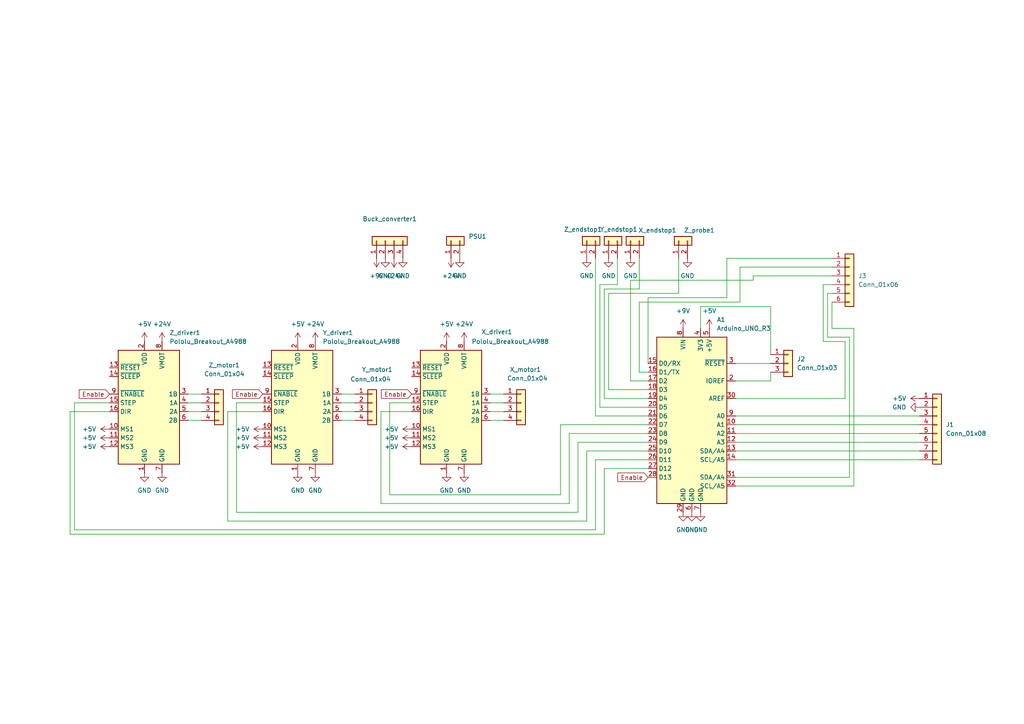
<source format=kicad_sch>
(kicad_sch
	(version 20250114)
	(generator "eeschema")
	(generator_version "9.0")
	(uuid "b9b47814-ef33-4a31-84d2-09c0082d4609")
	(paper "A4")
	(lib_symbols
		(symbol "Connector_Generic:Conn_01x02"
			(pin_names
				(offset 1.016)
				(hide yes)
			)
			(exclude_from_sim no)
			(in_bom yes)
			(on_board yes)
			(property "Reference" "J"
				(at 0 2.54 0)
				(effects
					(font
						(size 1.27 1.27)
					)
				)
			)
			(property "Value" "Conn_01x02"
				(at 0 -5.08 0)
				(effects
					(font
						(size 1.27 1.27)
					)
				)
			)
			(property "Footprint" ""
				(at 0 0 0)
				(effects
					(font
						(size 1.27 1.27)
					)
					(hide yes)
				)
			)
			(property "Datasheet" "~"
				(at 0 0 0)
				(effects
					(font
						(size 1.27 1.27)
					)
					(hide yes)
				)
			)
			(property "Description" "Generic connector, single row, 01x02, script generated (kicad-library-utils/schlib/autogen/connector/)"
				(at 0 0 0)
				(effects
					(font
						(size 1.27 1.27)
					)
					(hide yes)
				)
			)
			(property "ki_keywords" "connector"
				(at 0 0 0)
				(effects
					(font
						(size 1.27 1.27)
					)
					(hide yes)
				)
			)
			(property "ki_fp_filters" "Connector*:*_1x??_*"
				(at 0 0 0)
				(effects
					(font
						(size 1.27 1.27)
					)
					(hide yes)
				)
			)
			(symbol "Conn_01x02_1_1"
				(rectangle
					(start -1.27 1.27)
					(end 1.27 -3.81)
					(stroke
						(width 0.254)
						(type default)
					)
					(fill
						(type background)
					)
				)
				(rectangle
					(start -1.27 0.127)
					(end 0 -0.127)
					(stroke
						(width 0.1524)
						(type default)
					)
					(fill
						(type none)
					)
				)
				(rectangle
					(start -1.27 -2.413)
					(end 0 -2.667)
					(stroke
						(width 0.1524)
						(type default)
					)
					(fill
						(type none)
					)
				)
				(pin passive line
					(at -5.08 0 0)
					(length 3.81)
					(name "Pin_1"
						(effects
							(font
								(size 1.27 1.27)
							)
						)
					)
					(number "1"
						(effects
							(font
								(size 1.27 1.27)
							)
						)
					)
				)
				(pin passive line
					(at -5.08 -2.54 0)
					(length 3.81)
					(name "Pin_2"
						(effects
							(font
								(size 1.27 1.27)
							)
						)
					)
					(number "2"
						(effects
							(font
								(size 1.27 1.27)
							)
						)
					)
				)
			)
			(embedded_fonts no)
		)
		(symbol "Connector_Generic:Conn_01x03"
			(pin_names
				(offset 1.016)
				(hide yes)
			)
			(exclude_from_sim no)
			(in_bom yes)
			(on_board yes)
			(property "Reference" "J"
				(at 0 5.08 0)
				(effects
					(font
						(size 1.27 1.27)
					)
				)
			)
			(property "Value" "Conn_01x03"
				(at 0 -5.08 0)
				(effects
					(font
						(size 1.27 1.27)
					)
				)
			)
			(property "Footprint" ""
				(at 0 0 0)
				(effects
					(font
						(size 1.27 1.27)
					)
					(hide yes)
				)
			)
			(property "Datasheet" "~"
				(at 0 0 0)
				(effects
					(font
						(size 1.27 1.27)
					)
					(hide yes)
				)
			)
			(property "Description" "Generic connector, single row, 01x03, script generated (kicad-library-utils/schlib/autogen/connector/)"
				(at 0 0 0)
				(effects
					(font
						(size 1.27 1.27)
					)
					(hide yes)
				)
			)
			(property "ki_keywords" "connector"
				(at 0 0 0)
				(effects
					(font
						(size 1.27 1.27)
					)
					(hide yes)
				)
			)
			(property "ki_fp_filters" "Connector*:*_1x??_*"
				(at 0 0 0)
				(effects
					(font
						(size 1.27 1.27)
					)
					(hide yes)
				)
			)
			(symbol "Conn_01x03_1_1"
				(rectangle
					(start -1.27 3.81)
					(end 1.27 -3.81)
					(stroke
						(width 0.254)
						(type default)
					)
					(fill
						(type background)
					)
				)
				(rectangle
					(start -1.27 2.667)
					(end 0 2.413)
					(stroke
						(width 0.1524)
						(type default)
					)
					(fill
						(type none)
					)
				)
				(rectangle
					(start -1.27 0.127)
					(end 0 -0.127)
					(stroke
						(width 0.1524)
						(type default)
					)
					(fill
						(type none)
					)
				)
				(rectangle
					(start -1.27 -2.413)
					(end 0 -2.667)
					(stroke
						(width 0.1524)
						(type default)
					)
					(fill
						(type none)
					)
				)
				(pin passive line
					(at -5.08 2.54 0)
					(length 3.81)
					(name "Pin_1"
						(effects
							(font
								(size 1.27 1.27)
							)
						)
					)
					(number "1"
						(effects
							(font
								(size 1.27 1.27)
							)
						)
					)
				)
				(pin passive line
					(at -5.08 0 0)
					(length 3.81)
					(name "Pin_2"
						(effects
							(font
								(size 1.27 1.27)
							)
						)
					)
					(number "2"
						(effects
							(font
								(size 1.27 1.27)
							)
						)
					)
				)
				(pin passive line
					(at -5.08 -2.54 0)
					(length 3.81)
					(name "Pin_3"
						(effects
							(font
								(size 1.27 1.27)
							)
						)
					)
					(number "3"
						(effects
							(font
								(size 1.27 1.27)
							)
						)
					)
				)
			)
			(embedded_fonts no)
		)
		(symbol "Connector_Generic:Conn_01x04"
			(pin_names
				(offset 1.016)
				(hide yes)
			)
			(exclude_from_sim no)
			(in_bom yes)
			(on_board yes)
			(property "Reference" "J"
				(at 0 5.08 0)
				(effects
					(font
						(size 1.27 1.27)
					)
				)
			)
			(property "Value" "Conn_01x04"
				(at 0 -7.62 0)
				(effects
					(font
						(size 1.27 1.27)
					)
				)
			)
			(property "Footprint" ""
				(at 0 0 0)
				(effects
					(font
						(size 1.27 1.27)
					)
					(hide yes)
				)
			)
			(property "Datasheet" "~"
				(at 0 0 0)
				(effects
					(font
						(size 1.27 1.27)
					)
					(hide yes)
				)
			)
			(property "Description" "Generic connector, single row, 01x04, script generated (kicad-library-utils/schlib/autogen/connector/)"
				(at 0 0 0)
				(effects
					(font
						(size 1.27 1.27)
					)
					(hide yes)
				)
			)
			(property "ki_keywords" "connector"
				(at 0 0 0)
				(effects
					(font
						(size 1.27 1.27)
					)
					(hide yes)
				)
			)
			(property "ki_fp_filters" "Connector*:*_1x??_*"
				(at 0 0 0)
				(effects
					(font
						(size 1.27 1.27)
					)
					(hide yes)
				)
			)
			(symbol "Conn_01x04_1_1"
				(rectangle
					(start -1.27 3.81)
					(end 1.27 -6.35)
					(stroke
						(width 0.254)
						(type default)
					)
					(fill
						(type background)
					)
				)
				(rectangle
					(start -1.27 2.667)
					(end 0 2.413)
					(stroke
						(width 0.1524)
						(type default)
					)
					(fill
						(type none)
					)
				)
				(rectangle
					(start -1.27 0.127)
					(end 0 -0.127)
					(stroke
						(width 0.1524)
						(type default)
					)
					(fill
						(type none)
					)
				)
				(rectangle
					(start -1.27 -2.413)
					(end 0 -2.667)
					(stroke
						(width 0.1524)
						(type default)
					)
					(fill
						(type none)
					)
				)
				(rectangle
					(start -1.27 -4.953)
					(end 0 -5.207)
					(stroke
						(width 0.1524)
						(type default)
					)
					(fill
						(type none)
					)
				)
				(pin passive line
					(at -5.08 2.54 0)
					(length 3.81)
					(name "Pin_1"
						(effects
							(font
								(size 1.27 1.27)
							)
						)
					)
					(number "1"
						(effects
							(font
								(size 1.27 1.27)
							)
						)
					)
				)
				(pin passive line
					(at -5.08 0 0)
					(length 3.81)
					(name "Pin_2"
						(effects
							(font
								(size 1.27 1.27)
							)
						)
					)
					(number "2"
						(effects
							(font
								(size 1.27 1.27)
							)
						)
					)
				)
				(pin passive line
					(at -5.08 -2.54 0)
					(length 3.81)
					(name "Pin_3"
						(effects
							(font
								(size 1.27 1.27)
							)
						)
					)
					(number "3"
						(effects
							(font
								(size 1.27 1.27)
							)
						)
					)
				)
				(pin passive line
					(at -5.08 -5.08 0)
					(length 3.81)
					(name "Pin_4"
						(effects
							(font
								(size 1.27 1.27)
							)
						)
					)
					(number "4"
						(effects
							(font
								(size 1.27 1.27)
							)
						)
					)
				)
			)
			(embedded_fonts no)
		)
		(symbol "Connector_Generic:Conn_01x06"
			(pin_names
				(offset 1.016)
				(hide yes)
			)
			(exclude_from_sim no)
			(in_bom yes)
			(on_board yes)
			(property "Reference" "J"
				(at 0 7.62 0)
				(effects
					(font
						(size 1.27 1.27)
					)
				)
			)
			(property "Value" "Conn_01x06"
				(at 0 -10.16 0)
				(effects
					(font
						(size 1.27 1.27)
					)
				)
			)
			(property "Footprint" ""
				(at 0 0 0)
				(effects
					(font
						(size 1.27 1.27)
					)
					(hide yes)
				)
			)
			(property "Datasheet" "~"
				(at 0 0 0)
				(effects
					(font
						(size 1.27 1.27)
					)
					(hide yes)
				)
			)
			(property "Description" "Generic connector, single row, 01x06, script generated (kicad-library-utils/schlib/autogen/connector/)"
				(at 0 0 0)
				(effects
					(font
						(size 1.27 1.27)
					)
					(hide yes)
				)
			)
			(property "ki_keywords" "connector"
				(at 0 0 0)
				(effects
					(font
						(size 1.27 1.27)
					)
					(hide yes)
				)
			)
			(property "ki_fp_filters" "Connector*:*_1x??_*"
				(at 0 0 0)
				(effects
					(font
						(size 1.27 1.27)
					)
					(hide yes)
				)
			)
			(symbol "Conn_01x06_1_1"
				(rectangle
					(start -1.27 6.35)
					(end 1.27 -8.89)
					(stroke
						(width 0.254)
						(type default)
					)
					(fill
						(type background)
					)
				)
				(rectangle
					(start -1.27 5.207)
					(end 0 4.953)
					(stroke
						(width 0.1524)
						(type default)
					)
					(fill
						(type none)
					)
				)
				(rectangle
					(start -1.27 2.667)
					(end 0 2.413)
					(stroke
						(width 0.1524)
						(type default)
					)
					(fill
						(type none)
					)
				)
				(rectangle
					(start -1.27 0.127)
					(end 0 -0.127)
					(stroke
						(width 0.1524)
						(type default)
					)
					(fill
						(type none)
					)
				)
				(rectangle
					(start -1.27 -2.413)
					(end 0 -2.667)
					(stroke
						(width 0.1524)
						(type default)
					)
					(fill
						(type none)
					)
				)
				(rectangle
					(start -1.27 -4.953)
					(end 0 -5.207)
					(stroke
						(width 0.1524)
						(type default)
					)
					(fill
						(type none)
					)
				)
				(rectangle
					(start -1.27 -7.493)
					(end 0 -7.747)
					(stroke
						(width 0.1524)
						(type default)
					)
					(fill
						(type none)
					)
				)
				(pin passive line
					(at -5.08 5.08 0)
					(length 3.81)
					(name "Pin_1"
						(effects
							(font
								(size 1.27 1.27)
							)
						)
					)
					(number "1"
						(effects
							(font
								(size 1.27 1.27)
							)
						)
					)
				)
				(pin passive line
					(at -5.08 2.54 0)
					(length 3.81)
					(name "Pin_2"
						(effects
							(font
								(size 1.27 1.27)
							)
						)
					)
					(number "2"
						(effects
							(font
								(size 1.27 1.27)
							)
						)
					)
				)
				(pin passive line
					(at -5.08 0 0)
					(length 3.81)
					(name "Pin_3"
						(effects
							(font
								(size 1.27 1.27)
							)
						)
					)
					(number "3"
						(effects
							(font
								(size 1.27 1.27)
							)
						)
					)
				)
				(pin passive line
					(at -5.08 -2.54 0)
					(length 3.81)
					(name "Pin_4"
						(effects
							(font
								(size 1.27 1.27)
							)
						)
					)
					(number "4"
						(effects
							(font
								(size 1.27 1.27)
							)
						)
					)
				)
				(pin passive line
					(at -5.08 -5.08 0)
					(length 3.81)
					(name "Pin_5"
						(effects
							(font
								(size 1.27 1.27)
							)
						)
					)
					(number "5"
						(effects
							(font
								(size 1.27 1.27)
							)
						)
					)
				)
				(pin passive line
					(at -5.08 -7.62 0)
					(length 3.81)
					(name "Pin_6"
						(effects
							(font
								(size 1.27 1.27)
							)
						)
					)
					(number "6"
						(effects
							(font
								(size 1.27 1.27)
							)
						)
					)
				)
			)
			(embedded_fonts no)
		)
		(symbol "Connector_Generic:Conn_01x08"
			(pin_names
				(offset 1.016)
				(hide yes)
			)
			(exclude_from_sim no)
			(in_bom yes)
			(on_board yes)
			(property "Reference" "J"
				(at 0 10.16 0)
				(effects
					(font
						(size 1.27 1.27)
					)
				)
			)
			(property "Value" "Conn_01x08"
				(at 0 -12.7 0)
				(effects
					(font
						(size 1.27 1.27)
					)
				)
			)
			(property "Footprint" ""
				(at 0 0 0)
				(effects
					(font
						(size 1.27 1.27)
					)
					(hide yes)
				)
			)
			(property "Datasheet" "~"
				(at 0 0 0)
				(effects
					(font
						(size 1.27 1.27)
					)
					(hide yes)
				)
			)
			(property "Description" "Generic connector, single row, 01x08, script generated (kicad-library-utils/schlib/autogen/connector/)"
				(at 0 0 0)
				(effects
					(font
						(size 1.27 1.27)
					)
					(hide yes)
				)
			)
			(property "ki_keywords" "connector"
				(at 0 0 0)
				(effects
					(font
						(size 1.27 1.27)
					)
					(hide yes)
				)
			)
			(property "ki_fp_filters" "Connector*:*_1x??_*"
				(at 0 0 0)
				(effects
					(font
						(size 1.27 1.27)
					)
					(hide yes)
				)
			)
			(symbol "Conn_01x08_1_1"
				(rectangle
					(start -1.27 8.89)
					(end 1.27 -11.43)
					(stroke
						(width 0.254)
						(type default)
					)
					(fill
						(type background)
					)
				)
				(rectangle
					(start -1.27 7.747)
					(end 0 7.493)
					(stroke
						(width 0.1524)
						(type default)
					)
					(fill
						(type none)
					)
				)
				(rectangle
					(start -1.27 5.207)
					(end 0 4.953)
					(stroke
						(width 0.1524)
						(type default)
					)
					(fill
						(type none)
					)
				)
				(rectangle
					(start -1.27 2.667)
					(end 0 2.413)
					(stroke
						(width 0.1524)
						(type default)
					)
					(fill
						(type none)
					)
				)
				(rectangle
					(start -1.27 0.127)
					(end 0 -0.127)
					(stroke
						(width 0.1524)
						(type default)
					)
					(fill
						(type none)
					)
				)
				(rectangle
					(start -1.27 -2.413)
					(end 0 -2.667)
					(stroke
						(width 0.1524)
						(type default)
					)
					(fill
						(type none)
					)
				)
				(rectangle
					(start -1.27 -4.953)
					(end 0 -5.207)
					(stroke
						(width 0.1524)
						(type default)
					)
					(fill
						(type none)
					)
				)
				(rectangle
					(start -1.27 -7.493)
					(end 0 -7.747)
					(stroke
						(width 0.1524)
						(type default)
					)
					(fill
						(type none)
					)
				)
				(rectangle
					(start -1.27 -10.033)
					(end 0 -10.287)
					(stroke
						(width 0.1524)
						(type default)
					)
					(fill
						(type none)
					)
				)
				(pin passive line
					(at -5.08 7.62 0)
					(length 3.81)
					(name "Pin_1"
						(effects
							(font
								(size 1.27 1.27)
							)
						)
					)
					(number "1"
						(effects
							(font
								(size 1.27 1.27)
							)
						)
					)
				)
				(pin passive line
					(at -5.08 5.08 0)
					(length 3.81)
					(name "Pin_2"
						(effects
							(font
								(size 1.27 1.27)
							)
						)
					)
					(number "2"
						(effects
							(font
								(size 1.27 1.27)
							)
						)
					)
				)
				(pin passive line
					(at -5.08 2.54 0)
					(length 3.81)
					(name "Pin_3"
						(effects
							(font
								(size 1.27 1.27)
							)
						)
					)
					(number "3"
						(effects
							(font
								(size 1.27 1.27)
							)
						)
					)
				)
				(pin passive line
					(at -5.08 0 0)
					(length 3.81)
					(name "Pin_4"
						(effects
							(font
								(size 1.27 1.27)
							)
						)
					)
					(number "4"
						(effects
							(font
								(size 1.27 1.27)
							)
						)
					)
				)
				(pin passive line
					(at -5.08 -2.54 0)
					(length 3.81)
					(name "Pin_5"
						(effects
							(font
								(size 1.27 1.27)
							)
						)
					)
					(number "5"
						(effects
							(font
								(size 1.27 1.27)
							)
						)
					)
				)
				(pin passive line
					(at -5.08 -5.08 0)
					(length 3.81)
					(name "Pin_6"
						(effects
							(font
								(size 1.27 1.27)
							)
						)
					)
					(number "6"
						(effects
							(font
								(size 1.27 1.27)
							)
						)
					)
				)
				(pin passive line
					(at -5.08 -7.62 0)
					(length 3.81)
					(name "Pin_7"
						(effects
							(font
								(size 1.27 1.27)
							)
						)
					)
					(number "7"
						(effects
							(font
								(size 1.27 1.27)
							)
						)
					)
				)
				(pin passive line
					(at -5.08 -10.16 0)
					(length 3.81)
					(name "Pin_8"
						(effects
							(font
								(size 1.27 1.27)
							)
						)
					)
					(number "8"
						(effects
							(font
								(size 1.27 1.27)
							)
						)
					)
				)
			)
			(embedded_fonts no)
		)
		(symbol "Driver_Motor:Pololu_Breakout_A4988"
			(exclude_from_sim no)
			(in_bom yes)
			(on_board yes)
			(property "Reference" "A"
				(at -2.54 19.05 0)
				(effects
					(font
						(size 1.27 1.27)
					)
					(justify right)
				)
			)
			(property "Value" "Pololu_Breakout_A4988"
				(at -2.54 16.51 0)
				(effects
					(font
						(size 1.27 1.27)
					)
					(justify right)
				)
			)
			(property "Footprint" "Module:Pololu_Breakout-16_15.2x20.3mm"
				(at 6.985 -19.05 0)
				(effects
					(font
						(size 1.27 1.27)
					)
					(justify left)
					(hide yes)
				)
			)
			(property "Datasheet" "https://www.pololu.com/product/2980/pictures"
				(at 2.54 -7.62 0)
				(effects
					(font
						(size 1.27 1.27)
					)
					(hide yes)
				)
			)
			(property "Description" "Pololu Breakout Board, Stepper Driver A4988"
				(at 0 0 0)
				(effects
					(font
						(size 1.27 1.27)
					)
					(hide yes)
				)
			)
			(property "ki_keywords" "Pololu Breakout Board Stepper Driver A4988"
				(at 0 0 0)
				(effects
					(font
						(size 1.27 1.27)
					)
					(hide yes)
				)
			)
			(property "ki_fp_filters" "Pololu*Breakout*15.2x20.3mm*"
				(at 0 0 0)
				(effects
					(font
						(size 1.27 1.27)
					)
					(hide yes)
				)
			)
			(symbol "Pololu_Breakout_A4988_0_1"
				(rectangle
					(start 10.16 -17.78)
					(end -7.62 15.24)
					(stroke
						(width 0.254)
						(type default)
					)
					(fill
						(type background)
					)
				)
			)
			(symbol "Pololu_Breakout_A4988_1_1"
				(pin input line
					(at -10.16 10.16 0)
					(length 2.54)
					(name "~{RESET}"
						(effects
							(font
								(size 1.27 1.27)
							)
						)
					)
					(number "13"
						(effects
							(font
								(size 1.27 1.27)
							)
						)
					)
				)
				(pin input line
					(at -10.16 7.62 0)
					(length 2.54)
					(name "~{SLEEP}"
						(effects
							(font
								(size 1.27 1.27)
							)
						)
					)
					(number "14"
						(effects
							(font
								(size 1.27 1.27)
							)
						)
					)
				)
				(pin input line
					(at -10.16 2.54 0)
					(length 2.54)
					(name "~{ENABLE}"
						(effects
							(font
								(size 1.27 1.27)
							)
						)
					)
					(number "9"
						(effects
							(font
								(size 1.27 1.27)
							)
						)
					)
				)
				(pin input line
					(at -10.16 0 0)
					(length 2.54)
					(name "STEP"
						(effects
							(font
								(size 1.27 1.27)
							)
						)
					)
					(number "15"
						(effects
							(font
								(size 1.27 1.27)
							)
						)
					)
				)
				(pin input line
					(at -10.16 -2.54 0)
					(length 2.54)
					(name "DIR"
						(effects
							(font
								(size 1.27 1.27)
							)
						)
					)
					(number "16"
						(effects
							(font
								(size 1.27 1.27)
							)
						)
					)
				)
				(pin input line
					(at -10.16 -7.62 0)
					(length 2.54)
					(name "MS1"
						(effects
							(font
								(size 1.27 1.27)
							)
						)
					)
					(number "10"
						(effects
							(font
								(size 1.27 1.27)
							)
						)
					)
				)
				(pin input line
					(at -10.16 -10.16 0)
					(length 2.54)
					(name "MS2"
						(effects
							(font
								(size 1.27 1.27)
							)
						)
					)
					(number "11"
						(effects
							(font
								(size 1.27 1.27)
							)
						)
					)
				)
				(pin input line
					(at -10.16 -12.7 0)
					(length 2.54)
					(name "MS3"
						(effects
							(font
								(size 1.27 1.27)
							)
						)
					)
					(number "12"
						(effects
							(font
								(size 1.27 1.27)
							)
						)
					)
				)
				(pin power_in line
					(at 0 17.78 270)
					(length 2.54)
					(name "VDD"
						(effects
							(font
								(size 1.27 1.27)
							)
						)
					)
					(number "2"
						(effects
							(font
								(size 1.27 1.27)
							)
						)
					)
				)
				(pin power_in line
					(at 0 -20.32 90)
					(length 2.54)
					(name "GND"
						(effects
							(font
								(size 1.27 1.27)
							)
						)
					)
					(number "1"
						(effects
							(font
								(size 1.27 1.27)
							)
						)
					)
				)
				(pin power_in line
					(at 5.08 17.78 270)
					(length 2.54)
					(name "VMOT"
						(effects
							(font
								(size 1.27 1.27)
							)
						)
					)
					(number "8"
						(effects
							(font
								(size 1.27 1.27)
							)
						)
					)
				)
				(pin power_in line
					(at 5.08 -20.32 90)
					(length 2.54)
					(name "GND"
						(effects
							(font
								(size 1.27 1.27)
							)
						)
					)
					(number "7"
						(effects
							(font
								(size 1.27 1.27)
							)
						)
					)
				)
				(pin output line
					(at 12.7 2.54 180)
					(length 2.54)
					(name "1B"
						(effects
							(font
								(size 1.27 1.27)
							)
						)
					)
					(number "3"
						(effects
							(font
								(size 1.27 1.27)
							)
						)
					)
				)
				(pin output line
					(at 12.7 0 180)
					(length 2.54)
					(name "1A"
						(effects
							(font
								(size 1.27 1.27)
							)
						)
					)
					(number "4"
						(effects
							(font
								(size 1.27 1.27)
							)
						)
					)
				)
				(pin output line
					(at 12.7 -2.54 180)
					(length 2.54)
					(name "2A"
						(effects
							(font
								(size 1.27 1.27)
							)
						)
					)
					(number "5"
						(effects
							(font
								(size 1.27 1.27)
							)
						)
					)
				)
				(pin output line
					(at 12.7 -5.08 180)
					(length 2.54)
					(name "2B"
						(effects
							(font
								(size 1.27 1.27)
							)
						)
					)
					(number "6"
						(effects
							(font
								(size 1.27 1.27)
							)
						)
					)
				)
			)
			(embedded_fonts no)
		)
		(symbol "MCU_Module:Arduino_UNO_R3"
			(exclude_from_sim no)
			(in_bom yes)
			(on_board yes)
			(property "Reference" "A"
				(at -10.16 23.495 0)
				(effects
					(font
						(size 1.27 1.27)
					)
					(justify left bottom)
				)
			)
			(property "Value" "Arduino_UNO_R3"
				(at 5.08 -26.67 0)
				(effects
					(font
						(size 1.27 1.27)
					)
					(justify left top)
				)
			)
			(property "Footprint" "Module:Arduino_UNO_R3"
				(at 0 0 0)
				(effects
					(font
						(size 1.27 1.27)
						(italic yes)
					)
					(hide yes)
				)
			)
			(property "Datasheet" "https://www.arduino.cc/en/Main/arduinoBoardUno"
				(at 0 0 0)
				(effects
					(font
						(size 1.27 1.27)
					)
					(hide yes)
				)
			)
			(property "Description" "Arduino UNO Microcontroller Module, release 3"
				(at 0 0 0)
				(effects
					(font
						(size 1.27 1.27)
					)
					(hide yes)
				)
			)
			(property "ki_keywords" "Arduino UNO R3 Microcontroller Module Atmel AVR USB"
				(at 0 0 0)
				(effects
					(font
						(size 1.27 1.27)
					)
					(hide yes)
				)
			)
			(property "ki_fp_filters" "Arduino*UNO*R3*"
				(at 0 0 0)
				(effects
					(font
						(size 1.27 1.27)
					)
					(hide yes)
				)
			)
			(symbol "Arduino_UNO_R3_0_1"
				(rectangle
					(start -10.16 22.86)
					(end 10.16 -25.4)
					(stroke
						(width 0.254)
						(type default)
					)
					(fill
						(type background)
					)
				)
			)
			(symbol "Arduino_UNO_R3_1_1"
				(pin bidirectional line
					(at -12.7 15.24 0)
					(length 2.54)
					(name "D0/RX"
						(effects
							(font
								(size 1.27 1.27)
							)
						)
					)
					(number "15"
						(effects
							(font
								(size 1.27 1.27)
							)
						)
					)
				)
				(pin bidirectional line
					(at -12.7 12.7 0)
					(length 2.54)
					(name "D1/TX"
						(effects
							(font
								(size 1.27 1.27)
							)
						)
					)
					(number "16"
						(effects
							(font
								(size 1.27 1.27)
							)
						)
					)
				)
				(pin bidirectional line
					(at -12.7 10.16 0)
					(length 2.54)
					(name "D2"
						(effects
							(font
								(size 1.27 1.27)
							)
						)
					)
					(number "17"
						(effects
							(font
								(size 1.27 1.27)
							)
						)
					)
				)
				(pin bidirectional line
					(at -12.7 7.62 0)
					(length 2.54)
					(name "D3"
						(effects
							(font
								(size 1.27 1.27)
							)
						)
					)
					(number "18"
						(effects
							(font
								(size 1.27 1.27)
							)
						)
					)
				)
				(pin bidirectional line
					(at -12.7 5.08 0)
					(length 2.54)
					(name "D4"
						(effects
							(font
								(size 1.27 1.27)
							)
						)
					)
					(number "19"
						(effects
							(font
								(size 1.27 1.27)
							)
						)
					)
				)
				(pin bidirectional line
					(at -12.7 2.54 0)
					(length 2.54)
					(name "D5"
						(effects
							(font
								(size 1.27 1.27)
							)
						)
					)
					(number "20"
						(effects
							(font
								(size 1.27 1.27)
							)
						)
					)
				)
				(pin bidirectional line
					(at -12.7 0 0)
					(length 2.54)
					(name "D6"
						(effects
							(font
								(size 1.27 1.27)
							)
						)
					)
					(number "21"
						(effects
							(font
								(size 1.27 1.27)
							)
						)
					)
				)
				(pin bidirectional line
					(at -12.7 -2.54 0)
					(length 2.54)
					(name "D7"
						(effects
							(font
								(size 1.27 1.27)
							)
						)
					)
					(number "22"
						(effects
							(font
								(size 1.27 1.27)
							)
						)
					)
				)
				(pin bidirectional line
					(at -12.7 -5.08 0)
					(length 2.54)
					(name "D8"
						(effects
							(font
								(size 1.27 1.27)
							)
						)
					)
					(number "23"
						(effects
							(font
								(size 1.27 1.27)
							)
						)
					)
				)
				(pin bidirectional line
					(at -12.7 -7.62 0)
					(length 2.54)
					(name "D9"
						(effects
							(font
								(size 1.27 1.27)
							)
						)
					)
					(number "24"
						(effects
							(font
								(size 1.27 1.27)
							)
						)
					)
				)
				(pin bidirectional line
					(at -12.7 -10.16 0)
					(length 2.54)
					(name "D10"
						(effects
							(font
								(size 1.27 1.27)
							)
						)
					)
					(number "25"
						(effects
							(font
								(size 1.27 1.27)
							)
						)
					)
				)
				(pin bidirectional line
					(at -12.7 -12.7 0)
					(length 2.54)
					(name "D11"
						(effects
							(font
								(size 1.27 1.27)
							)
						)
					)
					(number "26"
						(effects
							(font
								(size 1.27 1.27)
							)
						)
					)
				)
				(pin bidirectional line
					(at -12.7 -15.24 0)
					(length 2.54)
					(name "D12"
						(effects
							(font
								(size 1.27 1.27)
							)
						)
					)
					(number "27"
						(effects
							(font
								(size 1.27 1.27)
							)
						)
					)
				)
				(pin bidirectional line
					(at -12.7 -17.78 0)
					(length 2.54)
					(name "D13"
						(effects
							(font
								(size 1.27 1.27)
							)
						)
					)
					(number "28"
						(effects
							(font
								(size 1.27 1.27)
							)
						)
					)
				)
				(pin no_connect line
					(at -10.16 -20.32 0)
					(length 2.54)
					(hide yes)
					(name "NC"
						(effects
							(font
								(size 1.27 1.27)
							)
						)
					)
					(number "1"
						(effects
							(font
								(size 1.27 1.27)
							)
						)
					)
				)
				(pin power_in line
					(at -2.54 25.4 270)
					(length 2.54)
					(name "VIN"
						(effects
							(font
								(size 1.27 1.27)
							)
						)
					)
					(number "8"
						(effects
							(font
								(size 1.27 1.27)
							)
						)
					)
				)
				(pin power_in line
					(at -2.54 -27.94 90)
					(length 2.54)
					(name "GND"
						(effects
							(font
								(size 1.27 1.27)
							)
						)
					)
					(number "29"
						(effects
							(font
								(size 1.27 1.27)
							)
						)
					)
				)
				(pin power_in line
					(at 0 -27.94 90)
					(length 2.54)
					(name "GND"
						(effects
							(font
								(size 1.27 1.27)
							)
						)
					)
					(number "6"
						(effects
							(font
								(size 1.27 1.27)
							)
						)
					)
				)
				(pin power_out line
					(at 2.54 25.4 270)
					(length 2.54)
					(name "3V3"
						(effects
							(font
								(size 1.27 1.27)
							)
						)
					)
					(number "4"
						(effects
							(font
								(size 1.27 1.27)
							)
						)
					)
				)
				(pin power_in line
					(at 2.54 -27.94 90)
					(length 2.54)
					(name "GND"
						(effects
							(font
								(size 1.27 1.27)
							)
						)
					)
					(number "7"
						(effects
							(font
								(size 1.27 1.27)
							)
						)
					)
				)
				(pin power_out line
					(at 5.08 25.4 270)
					(length 2.54)
					(name "+5V"
						(effects
							(font
								(size 1.27 1.27)
							)
						)
					)
					(number "5"
						(effects
							(font
								(size 1.27 1.27)
							)
						)
					)
				)
				(pin input line
					(at 12.7 15.24 180)
					(length 2.54)
					(name "~{RESET}"
						(effects
							(font
								(size 1.27 1.27)
							)
						)
					)
					(number "3"
						(effects
							(font
								(size 1.27 1.27)
							)
						)
					)
				)
				(pin output line
					(at 12.7 10.16 180)
					(length 2.54)
					(name "IOREF"
						(effects
							(font
								(size 1.27 1.27)
							)
						)
					)
					(number "2"
						(effects
							(font
								(size 1.27 1.27)
							)
						)
					)
				)
				(pin input line
					(at 12.7 5.08 180)
					(length 2.54)
					(name "AREF"
						(effects
							(font
								(size 1.27 1.27)
							)
						)
					)
					(number "30"
						(effects
							(font
								(size 1.27 1.27)
							)
						)
					)
				)
				(pin bidirectional line
					(at 12.7 0 180)
					(length 2.54)
					(name "A0"
						(effects
							(font
								(size 1.27 1.27)
							)
						)
					)
					(number "9"
						(effects
							(font
								(size 1.27 1.27)
							)
						)
					)
				)
				(pin bidirectional line
					(at 12.7 -2.54 180)
					(length 2.54)
					(name "A1"
						(effects
							(font
								(size 1.27 1.27)
							)
						)
					)
					(number "10"
						(effects
							(font
								(size 1.27 1.27)
							)
						)
					)
				)
				(pin bidirectional line
					(at 12.7 -5.08 180)
					(length 2.54)
					(name "A2"
						(effects
							(font
								(size 1.27 1.27)
							)
						)
					)
					(number "11"
						(effects
							(font
								(size 1.27 1.27)
							)
						)
					)
				)
				(pin bidirectional line
					(at 12.7 -7.62 180)
					(length 2.54)
					(name "A3"
						(effects
							(font
								(size 1.27 1.27)
							)
						)
					)
					(number "12"
						(effects
							(font
								(size 1.27 1.27)
							)
						)
					)
				)
				(pin bidirectional line
					(at 12.7 -10.16 180)
					(length 2.54)
					(name "SDA/A4"
						(effects
							(font
								(size 1.27 1.27)
							)
						)
					)
					(number "13"
						(effects
							(font
								(size 1.27 1.27)
							)
						)
					)
				)
				(pin bidirectional line
					(at 12.7 -12.7 180)
					(length 2.54)
					(name "SCL/A5"
						(effects
							(font
								(size 1.27 1.27)
							)
						)
					)
					(number "14"
						(effects
							(font
								(size 1.27 1.27)
							)
						)
					)
				)
				(pin bidirectional line
					(at 12.7 -17.78 180)
					(length 2.54)
					(name "SDA/A4"
						(effects
							(font
								(size 1.27 1.27)
							)
						)
					)
					(number "31"
						(effects
							(font
								(size 1.27 1.27)
							)
						)
					)
				)
				(pin bidirectional line
					(at 12.7 -20.32 180)
					(length 2.54)
					(name "SCL/A5"
						(effects
							(font
								(size 1.27 1.27)
							)
						)
					)
					(number "32"
						(effects
							(font
								(size 1.27 1.27)
							)
						)
					)
				)
			)
			(embedded_fonts no)
		)
		(symbol "power:+24V"
			(power)
			(pin_numbers
				(hide yes)
			)
			(pin_names
				(offset 0)
				(hide yes)
			)
			(exclude_from_sim no)
			(in_bom yes)
			(on_board yes)
			(property "Reference" "#PWR"
				(at 0 -3.81 0)
				(effects
					(font
						(size 1.27 1.27)
					)
					(hide yes)
				)
			)
			(property "Value" "+24V"
				(at 0 3.556 0)
				(effects
					(font
						(size 1.27 1.27)
					)
				)
			)
			(property "Footprint" ""
				(at 0 0 0)
				(effects
					(font
						(size 1.27 1.27)
					)
					(hide yes)
				)
			)
			(property "Datasheet" ""
				(at 0 0 0)
				(effects
					(font
						(size 1.27 1.27)
					)
					(hide yes)
				)
			)
			(property "Description" "Power symbol creates a global label with name \"+24V\""
				(at 0 0 0)
				(effects
					(font
						(size 1.27 1.27)
					)
					(hide yes)
				)
			)
			(property "ki_keywords" "global power"
				(at 0 0 0)
				(effects
					(font
						(size 1.27 1.27)
					)
					(hide yes)
				)
			)
			(symbol "+24V_0_1"
				(polyline
					(pts
						(xy -0.762 1.27) (xy 0 2.54)
					)
					(stroke
						(width 0)
						(type default)
					)
					(fill
						(type none)
					)
				)
				(polyline
					(pts
						(xy 0 2.54) (xy 0.762 1.27)
					)
					(stroke
						(width 0)
						(type default)
					)
					(fill
						(type none)
					)
				)
				(polyline
					(pts
						(xy 0 0) (xy 0 2.54)
					)
					(stroke
						(width 0)
						(type default)
					)
					(fill
						(type none)
					)
				)
			)
			(symbol "+24V_1_1"
				(pin power_in line
					(at 0 0 90)
					(length 0)
					(name "~"
						(effects
							(font
								(size 1.27 1.27)
							)
						)
					)
					(number "1"
						(effects
							(font
								(size 1.27 1.27)
							)
						)
					)
				)
			)
			(embedded_fonts no)
		)
		(symbol "power:+5V"
			(power)
			(pin_numbers
				(hide yes)
			)
			(pin_names
				(offset 0)
				(hide yes)
			)
			(exclude_from_sim no)
			(in_bom yes)
			(on_board yes)
			(property "Reference" "#PWR"
				(at 0 -3.81 0)
				(effects
					(font
						(size 1.27 1.27)
					)
					(hide yes)
				)
			)
			(property "Value" "+5V"
				(at 0 3.556 0)
				(effects
					(font
						(size 1.27 1.27)
					)
				)
			)
			(property "Footprint" ""
				(at 0 0 0)
				(effects
					(font
						(size 1.27 1.27)
					)
					(hide yes)
				)
			)
			(property "Datasheet" ""
				(at 0 0 0)
				(effects
					(font
						(size 1.27 1.27)
					)
					(hide yes)
				)
			)
			(property "Description" "Power symbol creates a global label with name \"+5V\""
				(at 0 0 0)
				(effects
					(font
						(size 1.27 1.27)
					)
					(hide yes)
				)
			)
			(property "ki_keywords" "global power"
				(at 0 0 0)
				(effects
					(font
						(size 1.27 1.27)
					)
					(hide yes)
				)
			)
			(symbol "+5V_0_1"
				(polyline
					(pts
						(xy -0.762 1.27) (xy 0 2.54)
					)
					(stroke
						(width 0)
						(type default)
					)
					(fill
						(type none)
					)
				)
				(polyline
					(pts
						(xy 0 2.54) (xy 0.762 1.27)
					)
					(stroke
						(width 0)
						(type default)
					)
					(fill
						(type none)
					)
				)
				(polyline
					(pts
						(xy 0 0) (xy 0 2.54)
					)
					(stroke
						(width 0)
						(type default)
					)
					(fill
						(type none)
					)
				)
			)
			(symbol "+5V_1_1"
				(pin power_in line
					(at 0 0 90)
					(length 0)
					(name "~"
						(effects
							(font
								(size 1.27 1.27)
							)
						)
					)
					(number "1"
						(effects
							(font
								(size 1.27 1.27)
							)
						)
					)
				)
			)
			(embedded_fonts no)
		)
		(symbol "power:+9V"
			(power)
			(pin_numbers
				(hide yes)
			)
			(pin_names
				(offset 0)
				(hide yes)
			)
			(exclude_from_sim no)
			(in_bom yes)
			(on_board yes)
			(property "Reference" "#PWR"
				(at 0 -3.81 0)
				(effects
					(font
						(size 1.27 1.27)
					)
					(hide yes)
				)
			)
			(property "Value" "+9V"
				(at 0 3.556 0)
				(effects
					(font
						(size 1.27 1.27)
					)
				)
			)
			(property "Footprint" ""
				(at 0 0 0)
				(effects
					(font
						(size 1.27 1.27)
					)
					(hide yes)
				)
			)
			(property "Datasheet" ""
				(at 0 0 0)
				(effects
					(font
						(size 1.27 1.27)
					)
					(hide yes)
				)
			)
			(property "Description" "Power symbol creates a global label with name \"+9V\""
				(at 0 0 0)
				(effects
					(font
						(size 1.27 1.27)
					)
					(hide yes)
				)
			)
			(property "ki_keywords" "global power"
				(at 0 0 0)
				(effects
					(font
						(size 1.27 1.27)
					)
					(hide yes)
				)
			)
			(symbol "+9V_0_1"
				(polyline
					(pts
						(xy -0.762 1.27) (xy 0 2.54)
					)
					(stroke
						(width 0)
						(type default)
					)
					(fill
						(type none)
					)
				)
				(polyline
					(pts
						(xy 0 2.54) (xy 0.762 1.27)
					)
					(stroke
						(width 0)
						(type default)
					)
					(fill
						(type none)
					)
				)
				(polyline
					(pts
						(xy 0 0) (xy 0 2.54)
					)
					(stroke
						(width 0)
						(type default)
					)
					(fill
						(type none)
					)
				)
			)
			(symbol "+9V_1_1"
				(pin power_in line
					(at 0 0 90)
					(length 0)
					(name "~"
						(effects
							(font
								(size 1.27 1.27)
							)
						)
					)
					(number "1"
						(effects
							(font
								(size 1.27 1.27)
							)
						)
					)
				)
			)
			(embedded_fonts no)
		)
		(symbol "power:GND"
			(power)
			(pin_numbers
				(hide yes)
			)
			(pin_names
				(offset 0)
				(hide yes)
			)
			(exclude_from_sim no)
			(in_bom yes)
			(on_board yes)
			(property "Reference" "#PWR"
				(at 0 -6.35 0)
				(effects
					(font
						(size 1.27 1.27)
					)
					(hide yes)
				)
			)
			(property "Value" "GND"
				(at 0 -3.81 0)
				(effects
					(font
						(size 1.27 1.27)
					)
				)
			)
			(property "Footprint" ""
				(at 0 0 0)
				(effects
					(font
						(size 1.27 1.27)
					)
					(hide yes)
				)
			)
			(property "Datasheet" ""
				(at 0 0 0)
				(effects
					(font
						(size 1.27 1.27)
					)
					(hide yes)
				)
			)
			(property "Description" "Power symbol creates a global label with name \"GND\" , ground"
				(at 0 0 0)
				(effects
					(font
						(size 1.27 1.27)
					)
					(hide yes)
				)
			)
			(property "ki_keywords" "global power"
				(at 0 0 0)
				(effects
					(font
						(size 1.27 1.27)
					)
					(hide yes)
				)
			)
			(symbol "GND_0_1"
				(polyline
					(pts
						(xy 0 0) (xy 0 -1.27) (xy 1.27 -1.27) (xy 0 -2.54) (xy -1.27 -1.27) (xy 0 -1.27)
					)
					(stroke
						(width 0)
						(type default)
					)
					(fill
						(type none)
					)
				)
			)
			(symbol "GND_1_1"
				(pin power_in line
					(at 0 0 270)
					(length 0)
					(name "~"
						(effects
							(font
								(size 1.27 1.27)
							)
						)
					)
					(number "1"
						(effects
							(font
								(size 1.27 1.27)
							)
						)
					)
				)
			)
			(embedded_fonts no)
		)
	)
	(wire
		(pts
			(xy 142.24 121.92) (xy 146.05 121.92)
		)
		(stroke
			(width 0)
			(type default)
		)
		(uuid "02ec1cbf-351b-486b-bbc9-83cd58bf6ca6")
	)
	(wire
		(pts
			(xy 54.61 114.3) (xy 58.42 114.3)
		)
		(stroke
			(width 0)
			(type default)
		)
		(uuid "03b8e14e-3282-4b7b-8e77-5215c40e5fbb")
	)
	(wire
		(pts
			(xy 185.42 107.95) (xy 187.96 107.95)
		)
		(stroke
			(width 0)
			(type default)
		)
		(uuid "045806f4-e8d5-4b28-af78-5f25c4d74085")
	)
	(wire
		(pts
			(xy 223.52 110.49) (xy 223.52 107.95)
		)
		(stroke
			(width 0)
			(type default)
		)
		(uuid "050b73d4-7839-42ce-bf19-b1a83b1d48c5")
	)
	(wire
		(pts
			(xy 20.32 119.38) (xy 20.32 154.94)
		)
		(stroke
			(width 0)
			(type default)
		)
		(uuid "05d49fe8-8482-4f1c-b2e4-fb38eb7950ef")
	)
	(wire
		(pts
			(xy 245.11 99.06) (xy 238.76 99.06)
		)
		(stroke
			(width 0)
			(type default)
		)
		(uuid "06175be0-a207-48dd-8237-f661e7805be8")
	)
	(wire
		(pts
			(xy 246.38 97.79) (xy 246.38 138.43)
		)
		(stroke
			(width 0)
			(type default)
		)
		(uuid "0875477a-026c-4fa5-98db-780ef22ef4e5")
	)
	(wire
		(pts
			(xy 142.24 119.38) (xy 146.05 119.38)
		)
		(stroke
			(width 0)
			(type default)
		)
		(uuid "094f4a81-57af-488f-88fa-4811dfb30b52")
	)
	(wire
		(pts
			(xy 210.82 74.93) (xy 241.3 74.93)
		)
		(stroke
			(width 0)
			(type default)
		)
		(uuid "0eb31d2d-3b42-42f5-ada4-73834f1f225c")
	)
	(wire
		(pts
			(xy 173.99 118.11) (xy 187.96 118.11)
		)
		(stroke
			(width 0)
			(type default)
		)
		(uuid "0fdafd7b-3051-430a-8c6f-25ceb1c18fb9")
	)
	(wire
		(pts
			(xy 175.26 135.89) (xy 175.26 154.94)
		)
		(stroke
			(width 0)
			(type default)
		)
		(uuid "1dab4218-8a28-45e4-8203-3ffd2fb52638")
	)
	(wire
		(pts
			(xy 176.53 113.03) (xy 187.96 113.03)
		)
		(stroke
			(width 0)
			(type default)
		)
		(uuid "1e07081c-8b41-4633-92d1-510cf0e55fcc")
	)
	(wire
		(pts
			(xy 165.1 125.73) (xy 165.1 146.05)
		)
		(stroke
			(width 0)
			(type default)
		)
		(uuid "207c7fd5-4e7f-491c-a889-43308d664095")
	)
	(wire
		(pts
			(xy 182.88 81.28) (xy 218.44 81.28)
		)
		(stroke
			(width 0)
			(type default)
		)
		(uuid "272ce220-866e-473b-b241-abf43f76fc18")
	)
	(wire
		(pts
			(xy 99.06 119.38) (xy 102.87 119.38)
		)
		(stroke
			(width 0)
			(type default)
		)
		(uuid "29a2cc72-2f1e-4e19-ab1a-e63067f88cb8")
	)
	(wire
		(pts
			(xy 213.36 133.35) (xy 266.7 133.35)
		)
		(stroke
			(width 0)
			(type default)
		)
		(uuid "2a867140-1c85-480a-b855-b2eb2120c372")
	)
	(wire
		(pts
			(xy 68.58 148.59) (xy 167.64 148.59)
		)
		(stroke
			(width 0)
			(type default)
		)
		(uuid "2ac1e0e5-5d7f-4f10-9ede-4c315c3d9d27")
	)
	(wire
		(pts
			(xy 245.11 115.57) (xy 245.11 99.06)
		)
		(stroke
			(width 0)
			(type default)
		)
		(uuid "2ad783a2-012b-487e-a1a3-84adfa885d1e")
	)
	(wire
		(pts
			(xy 218.44 80.01) (xy 241.3 80.01)
		)
		(stroke
			(width 0)
			(type default)
		)
		(uuid "2ba369ef-cf84-49a8-b9df-6f711ea11911")
	)
	(wire
		(pts
			(xy 241.3 95.25) (xy 241.3 87.63)
		)
		(stroke
			(width 0)
			(type default)
		)
		(uuid "2f0e93e1-94f9-4fcc-a027-b43cc610ac23")
	)
	(wire
		(pts
			(xy 213.36 123.19) (xy 266.7 123.19)
		)
		(stroke
			(width 0)
			(type default)
		)
		(uuid "3e567f90-b7e3-4032-81fc-31677a41febe")
	)
	(wire
		(pts
			(xy 173.99 82.55) (xy 173.99 118.11)
		)
		(stroke
			(width 0)
			(type default)
		)
		(uuid "42a6621b-64ed-4f24-ac04-4debbbd7c539")
	)
	(wire
		(pts
			(xy 247.65 140.97) (xy 247.65 95.25)
		)
		(stroke
			(width 0)
			(type default)
		)
		(uuid "445be766-3495-4f02-afc8-7b129b11b9e2")
	)
	(wire
		(pts
			(xy 213.36 105.41) (xy 223.52 105.41)
		)
		(stroke
			(width 0)
			(type default)
		)
		(uuid "44ef5c0b-cd79-4c95-b1eb-23fdf8574b4f")
	)
	(wire
		(pts
			(xy 21.59 116.84) (xy 21.59 153.67)
		)
		(stroke
			(width 0)
			(type default)
		)
		(uuid "46c4444f-6393-4b30-a324-1c887eb8ec70")
	)
	(wire
		(pts
			(xy 241.3 85.09) (xy 240.03 85.09)
		)
		(stroke
			(width 0)
			(type default)
		)
		(uuid "46caa6a2-1dbb-4357-9812-7409fbf42e3a")
	)
	(wire
		(pts
			(xy 172.72 153.67) (xy 172.72 133.35)
		)
		(stroke
			(width 0)
			(type default)
		)
		(uuid "46db7636-0a6d-40ca-8adc-4dd70e7bf111")
	)
	(wire
		(pts
			(xy 170.18 130.81) (xy 170.18 151.13)
		)
		(stroke
			(width 0)
			(type default)
		)
		(uuid "47954caa-38bb-4fb2-adfe-c3119857312c")
	)
	(wire
		(pts
			(xy 76.2 116.84) (xy 68.58 116.84)
		)
		(stroke
			(width 0)
			(type default)
		)
		(uuid "4b895d47-193b-44a0-9d53-2a59f6c570a9")
	)
	(wire
		(pts
			(xy 31.75 119.38) (xy 20.32 119.38)
		)
		(stroke
			(width 0)
			(type default)
		)
		(uuid "4f713346-1ae5-40d2-9392-cec4b57f905f")
	)
	(wire
		(pts
			(xy 176.53 85.09) (xy 176.53 113.03)
		)
		(stroke
			(width 0)
			(type default)
		)
		(uuid "515cd78d-bb15-4d11-9d9f-903dafc2ac1a")
	)
	(wire
		(pts
			(xy 172.72 133.35) (xy 187.96 133.35)
		)
		(stroke
			(width 0)
			(type default)
		)
		(uuid "53c2a6c3-eecc-42d4-a860-5134e3e44a54")
	)
	(wire
		(pts
			(xy 99.06 116.84) (xy 102.87 116.84)
		)
		(stroke
			(width 0)
			(type default)
		)
		(uuid "543b95d8-b221-4190-9dc7-a5f517018e97")
	)
	(wire
		(pts
			(xy 175.26 154.94) (xy 20.32 154.94)
		)
		(stroke
			(width 0)
			(type default)
		)
		(uuid "543cf8a1-67d3-4bf1-987b-029b75528d11")
	)
	(wire
		(pts
			(xy 213.36 130.81) (xy 266.7 130.81)
		)
		(stroke
			(width 0)
			(type default)
		)
		(uuid "56ff1dbf-bb66-41fc-8bf9-f112b21883b1")
	)
	(wire
		(pts
			(xy 213.36 128.27) (xy 266.7 128.27)
		)
		(stroke
			(width 0)
			(type default)
		)
		(uuid "57183137-fdb2-4a6b-9fe3-e19a28bab811")
	)
	(wire
		(pts
			(xy 54.61 119.38) (xy 58.42 119.38)
		)
		(stroke
			(width 0)
			(type default)
		)
		(uuid "5a1978b7-2e1f-40d0-b18a-735bc48a4e71")
	)
	(wire
		(pts
			(xy 187.96 110.49) (xy 182.88 110.49)
		)
		(stroke
			(width 0)
			(type default)
		)
		(uuid "5b73900e-269c-4c0d-b214-1b4eb6c58285")
	)
	(wire
		(pts
			(xy 182.88 110.49) (xy 182.88 81.28)
		)
		(stroke
			(width 0)
			(type default)
		)
		(uuid "5bac8358-4697-486b-93d2-3acc214eba8e")
	)
	(wire
		(pts
			(xy 241.3 77.47) (xy 214.63 77.47)
		)
		(stroke
			(width 0)
			(type default)
		)
		(uuid "5de0a870-3e95-4eb6-aab4-764973598c0a")
	)
	(wire
		(pts
			(xy 213.36 125.73) (xy 266.7 125.73)
		)
		(stroke
			(width 0)
			(type default)
		)
		(uuid "61282525-4180-4ce6-8e25-c302306c265d")
	)
	(wire
		(pts
			(xy 214.63 87.63) (xy 185.42 87.63)
		)
		(stroke
			(width 0)
			(type default)
		)
		(uuid "653eb4d2-b449-40d2-9d06-3a2cec23aa7d")
	)
	(wire
		(pts
			(xy 54.61 121.92) (xy 58.42 121.92)
		)
		(stroke
			(width 0)
			(type default)
		)
		(uuid "6590018b-9fc4-4c2a-9507-2b8927fbb913")
	)
	(wire
		(pts
			(xy 21.59 153.67) (xy 172.72 153.67)
		)
		(stroke
			(width 0)
			(type default)
		)
		(uuid "6919bc8a-16a3-4239-98d1-5e76d689a912")
	)
	(wire
		(pts
			(xy 175.26 115.57) (xy 175.26 83.82)
		)
		(stroke
			(width 0)
			(type default)
		)
		(uuid "6dfc765a-21be-4588-a086-bb68d7524581")
	)
	(wire
		(pts
			(xy 238.76 99.06) (xy 238.76 82.55)
		)
		(stroke
			(width 0)
			(type default)
		)
		(uuid "734f96ab-765b-48c4-860d-b6651b7cce75")
	)
	(wire
		(pts
			(xy 187.96 115.57) (xy 175.26 115.57)
		)
		(stroke
			(width 0)
			(type default)
		)
		(uuid "795946ed-9d4a-4289-ba6c-9e43f0a7741a")
	)
	(wire
		(pts
			(xy 203.2 88.9) (xy 203.2 95.25)
		)
		(stroke
			(width 0)
			(type default)
		)
		(uuid "7a04fd78-5af5-47ef-8a83-8c1f2c24f2a7")
	)
	(wire
		(pts
			(xy 213.36 120.65) (xy 266.7 120.65)
		)
		(stroke
			(width 0)
			(type default)
		)
		(uuid "845e5e72-0abe-4d58-80a2-236fd0c64879")
	)
	(wire
		(pts
			(xy 167.64 148.59) (xy 167.64 128.27)
		)
		(stroke
			(width 0)
			(type default)
		)
		(uuid "854af6d0-bcb7-4143-8920-dbf34ccd9dfb")
	)
	(wire
		(pts
			(xy 223.52 88.9) (xy 203.2 88.9)
		)
		(stroke
			(width 0)
			(type default)
		)
		(uuid "8886fc4f-61f3-4337-befb-d141e6540afc")
	)
	(wire
		(pts
			(xy 187.96 86.36) (xy 210.82 86.36)
		)
		(stroke
			(width 0)
			(type default)
		)
		(uuid "88bfebd3-5042-4cda-8317-00c320489a73")
	)
	(wire
		(pts
			(xy 119.38 116.84) (xy 113.03 116.84)
		)
		(stroke
			(width 0)
			(type default)
		)
		(uuid "8a01be62-5a26-4307-bc4c-844db6d9d40e")
	)
	(wire
		(pts
			(xy 170.18 151.13) (xy 66.04 151.13)
		)
		(stroke
			(width 0)
			(type default)
		)
		(uuid "8abb2120-4a47-4666-8aaa-7b6a1631e28f")
	)
	(wire
		(pts
			(xy 187.96 125.73) (xy 165.1 125.73)
		)
		(stroke
			(width 0)
			(type default)
		)
		(uuid "8bb22801-dd51-492c-a39a-fe9b74a3ef2c")
	)
	(wire
		(pts
			(xy 142.24 114.3) (xy 146.05 114.3)
		)
		(stroke
			(width 0)
			(type default)
		)
		(uuid "8e0df7b8-dd30-4d2e-a22e-8f4cfcb60e69")
	)
	(wire
		(pts
			(xy 179.07 74.93) (xy 179.07 82.55)
		)
		(stroke
			(width 0)
			(type default)
		)
		(uuid "995c2d99-18db-4597-bf03-6a48a2905647")
	)
	(wire
		(pts
			(xy 162.56 123.19) (xy 187.96 123.19)
		)
		(stroke
			(width 0)
			(type default)
		)
		(uuid "99ff9b24-947e-4560-8f80-c7c38ff7c686")
	)
	(wire
		(pts
			(xy 210.82 86.36) (xy 210.82 74.93)
		)
		(stroke
			(width 0)
			(type default)
		)
		(uuid "9b30e9e8-1693-452f-891e-f09a96f2c522")
	)
	(wire
		(pts
			(xy 240.03 85.09) (xy 240.03 97.79)
		)
		(stroke
			(width 0)
			(type default)
		)
		(uuid "9c9dba58-b171-412f-baf1-188551684b6f")
	)
	(wire
		(pts
			(xy 187.96 130.81) (xy 170.18 130.81)
		)
		(stroke
			(width 0)
			(type default)
		)
		(uuid "9cf55755-69c0-4ba5-abe3-702da43af395")
	)
	(wire
		(pts
			(xy 175.26 83.82) (xy 185.42 83.82)
		)
		(stroke
			(width 0)
			(type default)
		)
		(uuid "9d7b49bb-ffa0-436b-8bd5-fb12317a4b64")
	)
	(wire
		(pts
			(xy 99.06 121.92) (xy 102.87 121.92)
		)
		(stroke
			(width 0)
			(type default)
		)
		(uuid "a8216f9d-36da-4118-b6de-b78d5917a5bb")
	)
	(wire
		(pts
			(xy 172.72 120.65) (xy 187.96 120.65)
		)
		(stroke
			(width 0)
			(type default)
		)
		(uuid "acf3a024-654f-4d92-abb2-ad95f0ea4a72")
	)
	(wire
		(pts
			(xy 165.1 146.05) (xy 110.49 146.05)
		)
		(stroke
			(width 0)
			(type default)
		)
		(uuid "ad150827-d489-48c0-8164-08d3bd9a29d1")
	)
	(wire
		(pts
			(xy 68.58 116.84) (xy 68.58 148.59)
		)
		(stroke
			(width 0)
			(type default)
		)
		(uuid "b17faad9-2a5e-41a1-9c9a-183a44d893ef")
	)
	(wire
		(pts
			(xy 223.52 102.87) (xy 223.52 88.9)
		)
		(stroke
			(width 0)
			(type default)
		)
		(uuid "b1e0fdea-989d-44e8-ac00-bd0bb1347602")
	)
	(wire
		(pts
			(xy 214.63 77.47) (xy 214.63 87.63)
		)
		(stroke
			(width 0)
			(type default)
		)
		(uuid "b378e0b9-22a6-426b-a8d5-c0154d92f97d")
	)
	(wire
		(pts
			(xy 142.24 116.84) (xy 146.05 116.84)
		)
		(stroke
			(width 0)
			(type default)
		)
		(uuid "b6451360-cd5e-46cb-b425-6af2e602eeb5")
	)
	(wire
		(pts
			(xy 162.56 143.51) (xy 162.56 123.19)
		)
		(stroke
			(width 0)
			(type default)
		)
		(uuid "bd236e52-2a14-43ec-8993-6e361ed549b3")
	)
	(wire
		(pts
			(xy 246.38 138.43) (xy 213.36 138.43)
		)
		(stroke
			(width 0)
			(type default)
		)
		(uuid "be9080fc-5bda-4841-a923-0f1726a5000b")
	)
	(wire
		(pts
			(xy 113.03 143.51) (xy 162.56 143.51)
		)
		(stroke
			(width 0)
			(type default)
		)
		(uuid "bf2eb17a-c39c-44dd-a8d8-0aec75919c3d")
	)
	(wire
		(pts
			(xy 179.07 82.55) (xy 173.99 82.55)
		)
		(stroke
			(width 0)
			(type default)
		)
		(uuid "c3e429e6-173d-4ff2-bab0-e76b2b6065a1")
	)
	(wire
		(pts
			(xy 196.85 85.09) (xy 176.53 85.09)
		)
		(stroke
			(width 0)
			(type default)
		)
		(uuid "c65eb003-ea13-4ac9-9732-8c344333f04e")
	)
	(wire
		(pts
			(xy 66.04 151.13) (xy 66.04 119.38)
		)
		(stroke
			(width 0)
			(type default)
		)
		(uuid "c6add262-2612-4683-a43b-bcfb1048dc05")
	)
	(wire
		(pts
			(xy 99.06 114.3) (xy 102.87 114.3)
		)
		(stroke
			(width 0)
			(type default)
		)
		(uuid "caa2ce09-fc8b-4bb2-916e-e27c3e265607")
	)
	(wire
		(pts
			(xy 247.65 95.25) (xy 241.3 95.25)
		)
		(stroke
			(width 0)
			(type default)
		)
		(uuid "ccc13671-e040-482f-b039-f12961feb072")
	)
	(wire
		(pts
			(xy 110.49 146.05) (xy 110.49 119.38)
		)
		(stroke
			(width 0)
			(type default)
		)
		(uuid "ccd076e8-400c-497b-bb8e-fc366e27f1bd")
	)
	(wire
		(pts
			(xy 187.96 86.36) (xy 187.96 105.41)
		)
		(stroke
			(width 0)
			(type default)
		)
		(uuid "ce2cc7ff-8b63-4761-8c98-757fa1481c40")
	)
	(wire
		(pts
			(xy 167.64 128.27) (xy 187.96 128.27)
		)
		(stroke
			(width 0)
			(type default)
		)
		(uuid "cefd9398-39be-4a1a-b52d-6bafe85dd50e")
	)
	(wire
		(pts
			(xy 172.72 74.93) (xy 172.72 120.65)
		)
		(stroke
			(width 0)
			(type default)
		)
		(uuid "d8ee3156-4f70-42b3-80e8-f4bb57823ae8")
	)
	(wire
		(pts
			(xy 240.03 97.79) (xy 246.38 97.79)
		)
		(stroke
			(width 0)
			(type default)
		)
		(uuid "d98e84c3-d8e2-4701-a844-bd1d6b2ec6cb")
	)
	(wire
		(pts
			(xy 187.96 135.89) (xy 175.26 135.89)
		)
		(stroke
			(width 0)
			(type default)
		)
		(uuid "da2e5dc2-0f00-44d8-8c77-ce71b24db865")
	)
	(wire
		(pts
			(xy 213.36 110.49) (xy 223.52 110.49)
		)
		(stroke
			(width 0)
			(type default)
		)
		(uuid "da309e1e-48ae-4f0d-8ecd-7a39fe58962d")
	)
	(wire
		(pts
			(xy 213.36 115.57) (xy 245.11 115.57)
		)
		(stroke
			(width 0)
			(type default)
		)
		(uuid "da3989d6-b0b9-4051-a27c-f44a5576d65d")
	)
	(wire
		(pts
			(xy 21.59 116.84) (xy 31.75 116.84)
		)
		(stroke
			(width 0)
			(type default)
		)
		(uuid "dc5f0018-5a4f-41e7-ba8f-ff451751d2d4")
	)
	(wire
		(pts
			(xy 185.42 83.82) (xy 185.42 74.93)
		)
		(stroke
			(width 0)
			(type default)
		)
		(uuid "df7b2a3a-e5e2-4fb7-8bea-caefe0c0eb7a")
	)
	(wire
		(pts
			(xy 196.85 74.93) (xy 196.85 85.09)
		)
		(stroke
			(width 0)
			(type default)
		)
		(uuid "e15bb2a6-aa23-410e-9889-7e355ff59243")
	)
	(wire
		(pts
			(xy 54.61 116.84) (xy 58.42 116.84)
		)
		(stroke
			(width 0)
			(type default)
		)
		(uuid "e31cc2b8-8856-4795-a39b-91ab0a0dcbf7")
	)
	(wire
		(pts
			(xy 218.44 81.28) (xy 218.44 80.01)
		)
		(stroke
			(width 0)
			(type default)
		)
		(uuid "e6c45730-60f2-414a-bc88-aefd700b3baf")
	)
	(wire
		(pts
			(xy 110.49 119.38) (xy 119.38 119.38)
		)
		(stroke
			(width 0)
			(type default)
		)
		(uuid "e95c1226-f49b-49f6-84ba-9b8cac7cb575")
	)
	(wire
		(pts
			(xy 238.76 82.55) (xy 241.3 82.55)
		)
		(stroke
			(width 0)
			(type default)
		)
		(uuid "ee3adca9-3f1d-4854-a7aa-efe893207e01")
	)
	(wire
		(pts
			(xy 185.42 87.63) (xy 185.42 107.95)
		)
		(stroke
			(width 0)
			(type default)
		)
		(uuid "ef7b0076-7e96-4d82-95eb-0dc2076c8d8c")
	)
	(wire
		(pts
			(xy 213.36 140.97) (xy 247.65 140.97)
		)
		(stroke
			(width 0)
			(type default)
		)
		(uuid "f3364d59-d9cc-4c15-84c7-ab835db4a7a2")
	)
	(wire
		(pts
			(xy 66.04 119.38) (xy 76.2 119.38)
		)
		(stroke
			(width 0)
			(type default)
		)
		(uuid "f5076ca5-07f5-4fde-af21-99a85805fb62")
	)
	(wire
		(pts
			(xy 113.03 116.84) (xy 113.03 143.51)
		)
		(stroke
			(width 0)
			(type default)
		)
		(uuid "f5d6382e-8c69-4bf0-bed1-3037feb45021")
	)
	(global_label "Enable"
		(shape input)
		(at 187.96 138.43 180)
		(fields_autoplaced yes)
		(effects
			(font
				(size 1.27 1.27)
			)
			(justify right)
		)
		(uuid "51a9d198-ed50-46ef-ba18-396b545b5c99")
		(property "Intersheetrefs" "${INTERSHEET_REFS}"
			(at 178.625 138.43 0)
			(effects
				(font
					(size 1.27 1.27)
				)
				(justify right)
				(hide yes)
			)
		)
	)
	(global_label "Enable"
		(shape input)
		(at 76.2 114.3 180)
		(fields_autoplaced yes)
		(effects
			(font
				(size 1.27 1.27)
			)
			(justify right)
		)
		(uuid "70863da1-669f-4611-ab92-f40fef467090")
		(property "Intersheetrefs" "${INTERSHEET_REFS}"
			(at 66.865 114.3 0)
			(effects
				(font
					(size 1.27 1.27)
				)
				(justify right)
				(hide yes)
			)
		)
	)
	(global_label "Enable"
		(shape input)
		(at 31.75 114.3 180)
		(fields_autoplaced yes)
		(effects
			(font
				(size 1.27 1.27)
			)
			(justify right)
		)
		(uuid "ed58c3c8-57df-4441-8811-80efbcb557bc")
		(property "Intersheetrefs" "${INTERSHEET_REFS}"
			(at 22.415 114.3 0)
			(effects
				(font
					(size 1.27 1.27)
				)
				(justify right)
				(hide yes)
			)
		)
	)
	(global_label "Enable"
		(shape input)
		(at 119.38 114.3 180)
		(fields_autoplaced yes)
		(effects
			(font
				(size 1.27 1.27)
			)
			(justify right)
		)
		(uuid "f8581689-3fad-43e0-8c02-4d036430ffde")
		(property "Intersheetrefs" "${INTERSHEET_REFS}"
			(at 110.045 114.3 0)
			(effects
				(font
					(size 1.27 1.27)
				)
				(justify right)
				(hide yes)
			)
		)
	)
	(symbol
		(lib_id "power:+5V")
		(at 76.2 124.46 90)
		(unit 1)
		(exclude_from_sim no)
		(in_bom yes)
		(on_board yes)
		(dnp no)
		(fields_autoplaced yes)
		(uuid "0003be49-e611-47ab-b4b0-966072929918")
		(property "Reference" "#PWR022"
			(at 80.01 124.46 0)
			(effects
				(font
					(size 1.27 1.27)
				)
				(hide yes)
			)
		)
		(property "Value" "+5V"
			(at 72.39 124.4599 90)
			(effects
				(font
					(size 1.27 1.27)
				)
				(justify left)
			)
		)
		(property "Footprint" ""
			(at 76.2 124.46 0)
			(effects
				(font
					(size 1.27 1.27)
				)
				(hide yes)
			)
		)
		(property "Datasheet" ""
			(at 76.2 124.46 0)
			(effects
				(font
					(size 1.27 1.27)
				)
				(hide yes)
			)
		)
		(property "Description" "Power symbol creates a global label with name \"+5V\""
			(at 76.2 124.46 0)
			(effects
				(font
					(size 1.27 1.27)
				)
				(hide yes)
			)
		)
		(pin "1"
			(uuid "e6c2b0e7-eaa1-4b5f-94d3-c10d366c9af7")
		)
		(instances
			(project ""
				(path "/b9b47814-ef33-4a31-84d2-09c0082d4609"
					(reference "#PWR022")
					(unit 1)
				)
			)
		)
	)
	(symbol
		(lib_id "Connector_Generic:Conn_01x03")
		(at 228.6 105.41 0)
		(unit 1)
		(exclude_from_sim no)
		(in_bom yes)
		(on_board yes)
		(dnp no)
		(fields_autoplaced yes)
		(uuid "00f47dd2-9e80-4f9a-a746-a2ec06c7e7ed")
		(property "Reference" "J2"
			(at 231.14 104.1399 0)
			(effects
				(font
					(size 1.27 1.27)
				)
				(justify left)
			)
		)
		(property "Value" "Conn_01x03"
			(at 231.14 106.6799 0)
			(effects
				(font
					(size 1.27 1.27)
				)
				(justify left)
			)
		)
		(property "Footprint" "Connector_PinHeader_2.54mm:PinHeader_1x03_P2.54mm_Vertical"
			(at 228.6 105.41 0)
			(effects
				(font
					(size 1.27 1.27)
				)
				(hide yes)
			)
		)
		(property "Datasheet" "~"
			(at 228.6 105.41 0)
			(effects
				(font
					(size 1.27 1.27)
				)
				(hide yes)
			)
		)
		(property "Description" "Generic connector, single row, 01x03, script generated (kicad-library-utils/schlib/autogen/connector/)"
			(at 228.6 105.41 0)
			(effects
				(font
					(size 1.27 1.27)
				)
				(hide yes)
			)
		)
		(pin "1"
			(uuid "a58ad3be-4e60-44f3-8c83-c3c5f68a4734")
		)
		(pin "2"
			(uuid "e9db3af4-331c-48fd-9cc9-7627e2d8a63e")
		)
		(pin "3"
			(uuid "54fcd4b9-f308-41d9-b980-b402825dc934")
		)
		(instances
			(project ""
				(path "/b9b47814-ef33-4a31-84d2-09c0082d4609"
					(reference "J2")
					(unit 1)
				)
			)
		)
	)
	(symbol
		(lib_id "power:GND")
		(at 134.62 137.16 0)
		(unit 1)
		(exclude_from_sim no)
		(in_bom yes)
		(on_board yes)
		(dnp no)
		(fields_autoplaced yes)
		(uuid "015ce79c-9177-4d89-89de-33744860b958")
		(property "Reference" "#PWR05"
			(at 134.62 143.51 0)
			(effects
				(font
					(size 1.27 1.27)
				)
				(hide yes)
			)
		)
		(property "Value" "GND"
			(at 134.62 142.24 0)
			(effects
				(font
					(size 1.27 1.27)
				)
			)
		)
		(property "Footprint" ""
			(at 134.62 137.16 0)
			(effects
				(font
					(size 1.27 1.27)
				)
				(hide yes)
			)
		)
		(property "Datasheet" ""
			(at 134.62 137.16 0)
			(effects
				(font
					(size 1.27 1.27)
				)
				(hide yes)
			)
		)
		(property "Description" "Power symbol creates a global label with name \"GND\" , ground"
			(at 134.62 137.16 0)
			(effects
				(font
					(size 1.27 1.27)
				)
				(hide yes)
			)
		)
		(pin "1"
			(uuid "dde14274-bdf8-4b09-9c6c-0c890fc0fecb")
		)
		(instances
			(project ""
				(path "/b9b47814-ef33-4a31-84d2-09c0082d4609"
					(reference "#PWR05")
					(unit 1)
				)
			)
		)
	)
	(symbol
		(lib_id "power:GND")
		(at 129.54 137.16 0)
		(unit 1)
		(exclude_from_sim no)
		(in_bom yes)
		(on_board yes)
		(dnp no)
		(fields_autoplaced yes)
		(uuid "03f99a12-91fb-4304-9b41-b04859cb999f")
		(property "Reference" "#PWR04"
			(at 129.54 143.51 0)
			(effects
				(font
					(size 1.27 1.27)
				)
				(hide yes)
			)
		)
		(property "Value" "GND"
			(at 129.54 142.24 0)
			(effects
				(font
					(size 1.27 1.27)
				)
			)
		)
		(property "Footprint" ""
			(at 129.54 137.16 0)
			(effects
				(font
					(size 1.27 1.27)
				)
				(hide yes)
			)
		)
		(property "Datasheet" ""
			(at 129.54 137.16 0)
			(effects
				(font
					(size 1.27 1.27)
				)
				(hide yes)
			)
		)
		(property "Description" "Power symbol creates a global label with name \"GND\" , ground"
			(at 129.54 137.16 0)
			(effects
				(font
					(size 1.27 1.27)
				)
				(hide yes)
			)
		)
		(pin "1"
			(uuid "dde14274-bdf8-4b09-9c6c-0c890fc0fecc")
		)
		(instances
			(project ""
				(path "/b9b47814-ef33-4a31-84d2-09c0082d4609"
					(reference "#PWR04")
					(unit 1)
				)
			)
		)
	)
	(symbol
		(lib_id "Driver_Motor:Pololu_Breakout_A4988")
		(at 41.91 116.84 0)
		(unit 1)
		(exclude_from_sim no)
		(in_bom yes)
		(on_board yes)
		(dnp no)
		(fields_autoplaced yes)
		(uuid "0409bd06-b7f9-485d-a5d5-7b37fa3f40c3")
		(property "Reference" "Z_driver1"
			(at 49.1333 96.52 0)
			(effects
				(font
					(size 1.27 1.27)
				)
				(justify left)
			)
		)
		(property "Value" "Pololu_Breakout_A4988"
			(at 49.1333 99.06 0)
			(effects
				(font
					(size 1.27 1.27)
				)
				(justify left)
			)
		)
		(property "Footprint" "Module:Pololu_Breakout-16_15.2x20.3mm"
			(at 48.895 135.89 0)
			(effects
				(font
					(size 1.27 1.27)
				)
				(justify left)
				(hide yes)
			)
		)
		(property "Datasheet" "https://www.pololu.com/product/2980/pictures"
			(at 44.45 124.46 0)
			(effects
				(font
					(size 1.27 1.27)
				)
				(hide yes)
			)
		)
		(property "Description" "Pololu Breakout Board, Stepper Driver A4988"
			(at 41.91 116.84 0)
			(effects
				(font
					(size 1.27 1.27)
				)
				(hide yes)
			)
		)
		(pin "13"
			(uuid "c6000300-f7ce-4fa0-9f7c-a9ab60518d79")
		)
		(pin "10"
			(uuid "6ce7e3bc-6026-4118-a4b3-ebb23cf86d08")
		)
		(pin "2"
			(uuid "386a6117-a640-40ff-9a45-6abc5320bcdb")
		)
		(pin "9"
			(uuid "792b04c7-2084-4784-a780-12977b402fef")
		)
		(pin "16"
			(uuid "fad2a9a7-e9b3-4cf1-a9f0-70d09af7c1f6")
		)
		(pin "14"
			(uuid "9c81a05a-c155-4cee-8c36-1d5ff8719717")
		)
		(pin "15"
			(uuid "5077643c-a8f1-4e86-aab7-730949c7ee1b")
		)
		(pin "11"
			(uuid "6f232fe6-8d50-411c-be94-14f31198cb8b")
		)
		(pin "12"
			(uuid "7680c8da-0ee7-4647-a064-7f9570cc54ec")
		)
		(pin "4"
			(uuid "efda4997-5f9f-4f2e-ba18-fc75057b368b")
		)
		(pin "6"
			(uuid "f337f5d1-28c6-46e7-b1ec-a4e8b9815483")
		)
		(pin "7"
			(uuid "b3d243d8-04ec-4a60-aa73-d1855a79612e")
		)
		(pin "1"
			(uuid "21726e48-7b53-4c5a-a3bc-e34b1427557f")
		)
		(pin "3"
			(uuid "1b7c1d4f-049b-42df-b77e-3a365d1f2ffa")
		)
		(pin "5"
			(uuid "fdd6b7e3-23df-4e35-92b9-8500a2dd1468")
		)
		(pin "8"
			(uuid "7efeae0c-4742-4e50-9e15-4d568be3fafb")
		)
		(instances
			(project ""
				(path "/b9b47814-ef33-4a31-84d2-09c0082d4609"
					(reference "Z_driver1")
					(unit 1)
				)
			)
		)
	)
	(symbol
		(lib_id "power:+24V")
		(at 130.81 74.93 180)
		(unit 1)
		(exclude_from_sim no)
		(in_bom yes)
		(on_board yes)
		(dnp no)
		(fields_autoplaced yes)
		(uuid "04ef4733-e1fd-49b5-b0ad-47067a2b14e9")
		(property "Reference" "#PWR029"
			(at 130.81 71.12 0)
			(effects
				(font
					(size 1.27 1.27)
				)
				(hide yes)
			)
		)
		(property "Value" "+24V"
			(at 130.81 80.01 0)
			(effects
				(font
					(size 1.27 1.27)
				)
			)
		)
		(property "Footprint" ""
			(at 130.81 74.93 0)
			(effects
				(font
					(size 1.27 1.27)
				)
				(hide yes)
			)
		)
		(property "Datasheet" ""
			(at 130.81 74.93 0)
			(effects
				(font
					(size 1.27 1.27)
				)
				(hide yes)
			)
		)
		(property "Description" "Power symbol creates a global label with name \"+24V\""
			(at 130.81 74.93 0)
			(effects
				(font
					(size 1.27 1.27)
				)
				(hide yes)
			)
		)
		(pin "1"
			(uuid "1f28f051-427e-48cb-9699-3fd8f572248c")
		)
		(instances
			(project ""
				(path "/b9b47814-ef33-4a31-84d2-09c0082d4609"
					(reference "#PWR029")
					(unit 1)
				)
			)
		)
	)
	(symbol
		(lib_id "power:+5V")
		(at 31.75 127 90)
		(unit 1)
		(exclude_from_sim no)
		(in_bom yes)
		(on_board yes)
		(dnp no)
		(fields_autoplaced yes)
		(uuid "1456b23f-ae97-4fa0-a720-52ed0f060bee")
		(property "Reference" "#PWR024"
			(at 35.56 127 0)
			(effects
				(font
					(size 1.27 1.27)
				)
				(hide yes)
			)
		)
		(property "Value" "+5V"
			(at 27.94 126.9999 90)
			(effects
				(font
					(size 1.27 1.27)
				)
				(justify left)
			)
		)
		(property "Footprint" ""
			(at 31.75 127 0)
			(effects
				(font
					(size 1.27 1.27)
				)
				(hide yes)
			)
		)
		(property "Datasheet" ""
			(at 31.75 127 0)
			(effects
				(font
					(size 1.27 1.27)
				)
				(hide yes)
			)
		)
		(property "Description" "Power symbol creates a global label with name \"+5V\""
			(at 31.75 127 0)
			(effects
				(font
					(size 1.27 1.27)
				)
				(hide yes)
			)
		)
		(pin "1"
			(uuid "e6c2b0e7-eaa1-4b5f-94d3-c10d366c9af8")
		)
		(instances
			(project ""
				(path "/b9b47814-ef33-4a31-84d2-09c0082d4609"
					(reference "#PWR024")
					(unit 1)
				)
			)
		)
	)
	(symbol
		(lib_id "power:+24V")
		(at 134.62 99.06 0)
		(unit 1)
		(exclude_from_sim no)
		(in_bom yes)
		(on_board yes)
		(dnp no)
		(fields_autoplaced yes)
		(uuid "2372e992-ed1e-486a-aa93-5a81fb8f6b5c")
		(property "Reference" "#PWR016"
			(at 134.62 102.87 0)
			(effects
				(font
					(size 1.27 1.27)
				)
				(hide yes)
			)
		)
		(property "Value" "+24V"
			(at 134.62 93.98 0)
			(effects
				(font
					(size 1.27 1.27)
				)
			)
		)
		(property "Footprint" ""
			(at 134.62 99.06 0)
			(effects
				(font
					(size 1.27 1.27)
				)
				(hide yes)
			)
		)
		(property "Datasheet" ""
			(at 134.62 99.06 0)
			(effects
				(font
					(size 1.27 1.27)
				)
				(hide yes)
			)
		)
		(property "Description" "Power symbol creates a global label with name \"+24V\""
			(at 134.62 99.06 0)
			(effects
				(font
					(size 1.27 1.27)
				)
				(hide yes)
			)
		)
		(pin "1"
			(uuid "e25d0f65-a29f-4f12-ab02-df144596445d")
		)
		(instances
			(project ""
				(path "/b9b47814-ef33-4a31-84d2-09c0082d4609"
					(reference "#PWR016")
					(unit 1)
				)
			)
		)
	)
	(symbol
		(lib_id "Connector_Generic:Conn_01x02")
		(at 130.81 69.85 90)
		(unit 1)
		(exclude_from_sim no)
		(in_bom yes)
		(on_board yes)
		(dnp no)
		(fields_autoplaced yes)
		(uuid "27f40253-3160-47f4-b344-5e8264b8d6e1")
		(property "Reference" "PSU1"
			(at 135.89 68.5799 90)
			(effects
				(font
					(size 1.27 1.27)
				)
				(justify right)
			)
		)
		(property "Value" "Conn_01x02"
			(at 135.89 71.1199 90)
			(effects
				(font
					(size 1.27 1.27)
				)
				(justify right)
				(hide yes)
			)
		)
		(property "Footprint" "TerminalBlock_Wuerth:Wuerth_691311400102_P7.62mm"
			(at 130.81 69.85 0)
			(effects
				(font
					(size 1.27 1.27)
				)
				(hide yes)
			)
		)
		(property "Datasheet" "~"
			(at 130.81 69.85 0)
			(effects
				(font
					(size 1.27 1.27)
				)
				(hide yes)
			)
		)
		(property "Description" "Generic connector, single row, 01x02, script generated (kicad-library-utils/schlib/autogen/connector/)"
			(at 130.81 69.85 0)
			(effects
				(font
					(size 1.27 1.27)
				)
				(hide yes)
			)
		)
		(pin "1"
			(uuid "5c0cad41-7a1f-4728-bf53-041a0b9c24ef")
		)
		(pin "2"
			(uuid "7071b1ce-b5e6-477c-9550-dd318ceb5bdf")
		)
		(instances
			(project ""
				(path "/b9b47814-ef33-4a31-84d2-09c0082d4609"
					(reference "PSU1")
					(unit 1)
				)
			)
		)
	)
	(symbol
		(lib_id "power:GND")
		(at 170.18 74.93 0)
		(unit 1)
		(exclude_from_sim no)
		(in_bom yes)
		(on_board yes)
		(dnp no)
		(fields_autoplaced yes)
		(uuid "30c37087-56f8-499f-8456-94ee99b21d3f")
		(property "Reference" "#PWR026"
			(at 170.18 81.28 0)
			(effects
				(font
					(size 1.27 1.27)
				)
				(hide yes)
			)
		)
		(property "Value" "GND"
			(at 170.18 80.01 0)
			(effects
				(font
					(size 1.27 1.27)
				)
			)
		)
		(property "Footprint" ""
			(at 170.18 74.93 0)
			(effects
				(font
					(size 1.27 1.27)
				)
				(hide yes)
			)
		)
		(property "Datasheet" ""
			(at 170.18 74.93 0)
			(effects
				(font
					(size 1.27 1.27)
				)
				(hide yes)
			)
		)
		(property "Description" "Power symbol creates a global label with name \"GND\" , ground"
			(at 170.18 74.93 0)
			(effects
				(font
					(size 1.27 1.27)
				)
				(hide yes)
			)
		)
		(pin "1"
			(uuid "28f20fdd-2381-4726-9a1e-b6d63ee6e13e")
		)
		(instances
			(project ""
				(path "/b9b47814-ef33-4a31-84d2-09c0082d4609"
					(reference "#PWR026")
					(unit 1)
				)
			)
		)
	)
	(symbol
		(lib_id "power:GND")
		(at 203.2 148.59 0)
		(unit 1)
		(exclude_from_sim no)
		(in_bom yes)
		(on_board yes)
		(dnp no)
		(fields_autoplaced yes)
		(uuid "325ffd27-6f11-4b43-b330-31973cc231f8")
		(property "Reference" "#PWR03"
			(at 203.2 154.94 0)
			(effects
				(font
					(size 1.27 1.27)
				)
				(hide yes)
			)
		)
		(property "Value" "GND"
			(at 203.2 153.67 0)
			(effects
				(font
					(size 1.27 1.27)
				)
			)
		)
		(property "Footprint" ""
			(at 203.2 148.59 0)
			(effects
				(font
					(size 1.27 1.27)
				)
				(hide yes)
			)
		)
		(property "Datasheet" ""
			(at 203.2 148.59 0)
			(effects
				(font
					(size 1.27 1.27)
				)
				(hide yes)
			)
		)
		(property "Description" "Power symbol creates a global label with name \"GND\" , ground"
			(at 203.2 148.59 0)
			(effects
				(font
					(size 1.27 1.27)
				)
				(hide yes)
			)
		)
		(pin "1"
			(uuid "dde14274-bdf8-4b09-9c6c-0c890fc0fecd")
		)
		(instances
			(project ""
				(path "/b9b47814-ef33-4a31-84d2-09c0082d4609"
					(reference "#PWR03")
					(unit 1)
				)
			)
		)
	)
	(symbol
		(lib_id "power:GND")
		(at 41.91 137.16 0)
		(unit 1)
		(exclude_from_sim no)
		(in_bom yes)
		(on_board yes)
		(dnp no)
		(fields_autoplaced yes)
		(uuid "34064081-de97-401c-8136-3f88a9db2835")
		(property "Reference" "#PWR09"
			(at 41.91 143.51 0)
			(effects
				(font
					(size 1.27 1.27)
				)
				(hide yes)
			)
		)
		(property "Value" "GND"
			(at 41.91 142.24 0)
			(effects
				(font
					(size 1.27 1.27)
				)
			)
		)
		(property "Footprint" ""
			(at 41.91 137.16 0)
			(effects
				(font
					(size 1.27 1.27)
				)
				(hide yes)
			)
		)
		(property "Datasheet" ""
			(at 41.91 137.16 0)
			(effects
				(font
					(size 1.27 1.27)
				)
				(hide yes)
			)
		)
		(property "Description" "Power symbol creates a global label with name \"GND\" , ground"
			(at 41.91 137.16 0)
			(effects
				(font
					(size 1.27 1.27)
				)
				(hide yes)
			)
		)
		(pin "1"
			(uuid "dde14274-bdf8-4b09-9c6c-0c890fc0fece")
		)
		(instances
			(project ""
				(path "/b9b47814-ef33-4a31-84d2-09c0082d4609"
					(reference "#PWR09")
					(unit 1)
				)
			)
		)
	)
	(symbol
		(lib_id "power:+5V")
		(at 76.2 127 90)
		(unit 1)
		(exclude_from_sim no)
		(in_bom yes)
		(on_board yes)
		(dnp no)
		(fields_autoplaced yes)
		(uuid "38362fa7-d9be-48e7-a537-d3cbeda11619")
		(property "Reference" "#PWR021"
			(at 80.01 127 0)
			(effects
				(font
					(size 1.27 1.27)
				)
				(hide yes)
			)
		)
		(property "Value" "+5V"
			(at 72.39 126.9999 90)
			(effects
				(font
					(size 1.27 1.27)
				)
				(justify left)
			)
		)
		(property "Footprint" ""
			(at 76.2 127 0)
			(effects
				(font
					(size 1.27 1.27)
				)
				(hide yes)
			)
		)
		(property "Datasheet" ""
			(at 76.2 127 0)
			(effects
				(font
					(size 1.27 1.27)
				)
				(hide yes)
			)
		)
		(property "Description" "Power symbol creates a global label with name \"+5V\""
			(at 76.2 127 0)
			(effects
				(font
					(size 1.27 1.27)
				)
				(hide yes)
			)
		)
		(pin "1"
			(uuid "e6c2b0e7-eaa1-4b5f-94d3-c10d366c9af9")
		)
		(instances
			(project ""
				(path "/b9b47814-ef33-4a31-84d2-09c0082d4609"
					(reference "#PWR021")
					(unit 1)
				)
			)
		)
	)
	(symbol
		(lib_id "power:GND")
		(at 266.7 118.11 270)
		(unit 1)
		(exclude_from_sim no)
		(in_bom yes)
		(on_board yes)
		(dnp no)
		(fields_autoplaced yes)
		(uuid "3ab08b4a-8df9-48d2-9349-36256b0bb06a")
		(property "Reference" "#PWR037"
			(at 260.35 118.11 0)
			(effects
				(font
					(size 1.27 1.27)
				)
				(hide yes)
			)
		)
		(property "Value" "GND"
			(at 262.89 118.1099 90)
			(effects
				(font
					(size 1.27 1.27)
				)
				(justify right)
			)
		)
		(property "Footprint" ""
			(at 266.7 118.11 0)
			(effects
				(font
					(size 1.27 1.27)
				)
				(hide yes)
			)
		)
		(property "Datasheet" ""
			(at 266.7 118.11 0)
			(effects
				(font
					(size 1.27 1.27)
				)
				(hide yes)
			)
		)
		(property "Description" "Power symbol creates a global label with name \"GND\" , ground"
			(at 266.7 118.11 0)
			(effects
				(font
					(size 1.27 1.27)
				)
				(hide yes)
			)
		)
		(pin "1"
			(uuid "fb151f11-eb98-4f69-97b2-4ecaa2a9d27d")
		)
		(instances
			(project ""
				(path "/b9b47814-ef33-4a31-84d2-09c0082d4609"
					(reference "#PWR037")
					(unit 1)
				)
			)
		)
	)
	(symbol
		(lib_id "power:+5V")
		(at 266.7 115.57 90)
		(unit 1)
		(exclude_from_sim no)
		(in_bom yes)
		(on_board yes)
		(dnp no)
		(fields_autoplaced yes)
		(uuid "41b708b2-0b25-40cd-aaf1-21cbdb236cdf")
		(property "Reference" "#PWR038"
			(at 270.51 115.57 0)
			(effects
				(font
					(size 1.27 1.27)
				)
				(hide yes)
			)
		)
		(property "Value" "+5V"
			(at 262.89 115.5699 90)
			(effects
				(font
					(size 1.27 1.27)
				)
				(justify left)
			)
		)
		(property "Footprint" ""
			(at 266.7 115.57 0)
			(effects
				(font
					(size 1.27 1.27)
				)
				(hide yes)
			)
		)
		(property "Datasheet" ""
			(at 266.7 115.57 0)
			(effects
				(font
					(size 1.27 1.27)
				)
				(hide yes)
			)
		)
		(property "Description" "Power symbol creates a global label with name \"+5V\""
			(at 266.7 115.57 0)
			(effects
				(font
					(size 1.27 1.27)
				)
				(hide yes)
			)
		)
		(pin "1"
			(uuid "5fbce242-24ec-4075-af4e-9c56c9ab30ce")
		)
		(instances
			(project ""
				(path "/b9b47814-ef33-4a31-84d2-09c0082d4609"
					(reference "#PWR038")
					(unit 1)
				)
			)
		)
	)
	(symbol
		(lib_id "power:+5V")
		(at 119.38 124.46 90)
		(unit 1)
		(exclude_from_sim no)
		(in_bom yes)
		(on_board yes)
		(dnp no)
		(fields_autoplaced yes)
		(uuid "49c0c2b9-7d4d-4024-824d-c6ede850800e")
		(property "Reference" "#PWR017"
			(at 123.19 124.46 0)
			(effects
				(font
					(size 1.27 1.27)
				)
				(hide yes)
			)
		)
		(property "Value" "+5V"
			(at 115.57 124.4599 90)
			(effects
				(font
					(size 1.27 1.27)
				)
				(justify left)
			)
		)
		(property "Footprint" ""
			(at 119.38 124.46 0)
			(effects
				(font
					(size 1.27 1.27)
				)
				(hide yes)
			)
		)
		(property "Datasheet" ""
			(at 119.38 124.46 0)
			(effects
				(font
					(size 1.27 1.27)
				)
				(hide yes)
			)
		)
		(property "Description" "Power symbol creates a global label with name \"+5V\""
			(at 119.38 124.46 0)
			(effects
				(font
					(size 1.27 1.27)
				)
				(hide yes)
			)
		)
		(pin "1"
			(uuid "e6c2b0e7-eaa1-4b5f-94d3-c10d366c9afa")
		)
		(instances
			(project ""
				(path "/b9b47814-ef33-4a31-84d2-09c0082d4609"
					(reference "#PWR017")
					(unit 1)
				)
			)
		)
	)
	(symbol
		(lib_id "Driver_Motor:Pololu_Breakout_A4988")
		(at 129.54 116.84 0)
		(unit 1)
		(exclude_from_sim no)
		(in_bom yes)
		(on_board yes)
		(dnp no)
		(uuid "4c55fbfc-ecdd-4406-b71d-344f826b49ee")
		(property "Reference" "X_driver1"
			(at 148.59 96.266 0)
			(effects
				(font
					(size 1.27 1.27)
				)
				(justify right)
			)
		)
		(property "Value" "Pololu_Breakout_A4988"
			(at 136.7633 99.06 0)
			(effects
				(font
					(size 1.27 1.27)
				)
				(justify left)
			)
		)
		(property "Footprint" "Module:Pololu_Breakout-16_15.2x20.3mm"
			(at 136.525 135.89 0)
			(effects
				(font
					(size 1.27 1.27)
				)
				(justify left)
				(hide yes)
			)
		)
		(property "Datasheet" "https://www.pololu.com/product/2980/pictures"
			(at 132.08 124.46 0)
			(effects
				(font
					(size 1.27 1.27)
				)
				(hide yes)
			)
		)
		(property "Description" "Pololu Breakout Board, Stepper Driver A4988"
			(at 129.54 116.84 0)
			(effects
				(font
					(size 1.27 1.27)
				)
				(hide yes)
			)
		)
		(pin "13"
			(uuid "c6000300-f7ce-4fa0-9f7c-a9ab60518d7a")
		)
		(pin "10"
			(uuid "6ce7e3bc-6026-4118-a4b3-ebb23cf86d09")
		)
		(pin "2"
			(uuid "386a6117-a640-40ff-9a45-6abc5320bcdc")
		)
		(pin "9"
			(uuid "792b04c7-2084-4784-a780-12977b402ff0")
		)
		(pin "16"
			(uuid "fad2a9a7-e9b3-4cf1-a9f0-70d09af7c1f7")
		)
		(pin "14"
			(uuid "9c81a05a-c155-4cee-8c36-1d5ff8719718")
		)
		(pin "15"
			(uuid "5077643c-a8f1-4e86-aab7-730949c7ee1c")
		)
		(pin "11"
			(uuid "6f232fe6-8d50-411c-be94-14f31198cb8c")
		)
		(pin "12"
			(uuid "7680c8da-0ee7-4647-a064-7f9570cc54ed")
		)
		(pin "4"
			(uuid "efda4997-5f9f-4f2e-ba18-fc75057b368c")
		)
		(pin "6"
			(uuid "f337f5d1-28c6-46e7-b1ec-a4e8b9815484")
		)
		(pin "7"
			(uuid "b3d243d8-04ec-4a60-aa73-d1855a79612f")
		)
		(pin "1"
			(uuid "21726e48-7b53-4c5a-a3bc-e34b14275580")
		)
		(pin "3"
			(uuid "1b7c1d4f-049b-42df-b77e-3a365d1f2ffb")
		)
		(pin "5"
			(uuid "fdd6b7e3-23df-4e35-92b9-8500a2dd1469")
		)
		(pin "8"
			(uuid "7efeae0c-4742-4e50-9e15-4d568be3fafc")
		)
		(instances
			(project ""
				(path "/b9b47814-ef33-4a31-84d2-09c0082d4609"
					(reference "X_driver1")
					(unit 1)
				)
			)
		)
	)
	(symbol
		(lib_id "power:+5V")
		(at 31.75 124.46 90)
		(unit 1)
		(exclude_from_sim no)
		(in_bom yes)
		(on_board yes)
		(dnp no)
		(fields_autoplaced yes)
		(uuid "4d56b2e4-cd20-4be5-8c53-17365d27f8e4")
		(property "Reference" "#PWR025"
			(at 35.56 124.46 0)
			(effects
				(font
					(size 1.27 1.27)
				)
				(hide yes)
			)
		)
		(property "Value" "+5V"
			(at 27.94 124.4599 90)
			(effects
				(font
					(size 1.27 1.27)
				)
				(justify left)
			)
		)
		(property "Footprint" ""
			(at 31.75 124.46 0)
			(effects
				(font
					(size 1.27 1.27)
				)
				(hide yes)
			)
		)
		(property "Datasheet" ""
			(at 31.75 124.46 0)
			(effects
				(font
					(size 1.27 1.27)
				)
				(hide yes)
			)
		)
		(property "Description" "Power symbol creates a global label with name \"+5V\""
			(at 31.75 124.46 0)
			(effects
				(font
					(size 1.27 1.27)
				)
				(hide yes)
			)
		)
		(pin "1"
			(uuid "e6c2b0e7-eaa1-4b5f-94d3-c10d366c9afb")
		)
		(instances
			(project ""
				(path "/b9b47814-ef33-4a31-84d2-09c0082d4609"
					(reference "#PWR025")
					(unit 1)
				)
			)
		)
	)
	(symbol
		(lib_id "power:+5V")
		(at 205.74 95.25 0)
		(unit 1)
		(exclude_from_sim no)
		(in_bom yes)
		(on_board yes)
		(dnp no)
		(fields_autoplaced yes)
		(uuid "55a22124-f8f8-4d1d-a8bb-42fb5422512f")
		(property "Reference" "#PWR010"
			(at 205.74 99.06 0)
			(effects
				(font
					(size 1.27 1.27)
				)
				(hide yes)
			)
		)
		(property "Value" "+5V"
			(at 205.74 90.17 0)
			(effects
				(font
					(size 1.27 1.27)
				)
			)
		)
		(property "Footprint" ""
			(at 205.74 95.25 0)
			(effects
				(font
					(size 1.27 1.27)
				)
				(hide yes)
			)
		)
		(property "Datasheet" ""
			(at 205.74 95.25 0)
			(effects
				(font
					(size 1.27 1.27)
				)
				(hide yes)
			)
		)
		(property "Description" "Power symbol creates a global label with name \"+5V\""
			(at 205.74 95.25 0)
			(effects
				(font
					(size 1.27 1.27)
				)
				(hide yes)
			)
		)
		(pin "1"
			(uuid "cbe2866c-4f90-461f-8e53-3b4eec1b894c")
		)
		(instances
			(project ""
				(path "/b9b47814-ef33-4a31-84d2-09c0082d4609"
					(reference "#PWR010")
					(unit 1)
				)
			)
		)
	)
	(symbol
		(lib_id "Connector_Generic:Conn_01x04")
		(at 63.5 116.84 0)
		(unit 1)
		(exclude_from_sim no)
		(in_bom yes)
		(on_board yes)
		(dnp no)
		(uuid "593c5193-0ef6-4a16-8d77-10928ade0753")
		(property "Reference" "Z_motor1"
			(at 60.452 105.918 0)
			(effects
				(font
					(size 1.27 1.27)
				)
				(justify left)
			)
		)
		(property "Value" "Conn_01x04"
			(at 59.182 108.458 0)
			(effects
				(font
					(size 1.27 1.27)
				)
				(justify left)
			)
		)
		(property "Footprint" "Connector_PinHeader_2.54mm:PinHeader_1x04_P2.54mm_Vertical"
			(at 63.5 116.84 0)
			(effects
				(font
					(size 1.27 1.27)
				)
				(hide yes)
			)
		)
		(property "Datasheet" "~"
			(at 63.5 116.84 0)
			(effects
				(font
					(size 1.27 1.27)
				)
				(hide yes)
			)
		)
		(property "Description" "Generic connector, single row, 01x04, script generated (kicad-library-utils/schlib/autogen/connector/)"
			(at 63.5 116.84 0)
			(effects
				(font
					(size 1.27 1.27)
				)
				(hide yes)
			)
		)
		(pin "1"
			(uuid "3c99a3e9-f851-4f43-849f-611f0f5c4c56")
		)
		(pin "2"
			(uuid "09177f9d-404c-480c-89bb-a379554d1a57")
		)
		(pin "4"
			(uuid "6043446c-dbe9-496e-ba19-b97a7872d771")
		)
		(pin "3"
			(uuid "483acbb3-1002-4015-bfda-ddffdf257d2a")
		)
		(instances
			(project ""
				(path "/b9b47814-ef33-4a31-84d2-09c0082d4609"
					(reference "Z_motor1")
					(unit 1)
				)
			)
		)
	)
	(symbol
		(lib_id "Connector_Generic:Conn_01x04")
		(at 151.13 116.84 0)
		(unit 1)
		(exclude_from_sim no)
		(in_bom yes)
		(on_board yes)
		(dnp no)
		(uuid "5af374e7-2adc-4715-b107-775b3d734762")
		(property "Reference" "X_motor1"
			(at 147.828 107.188 0)
			(effects
				(font
					(size 1.27 1.27)
				)
				(justify left)
			)
		)
		(property "Value" "Conn_01x04"
			(at 147.066 109.728 0)
			(effects
				(font
					(size 1.27 1.27)
				)
				(justify left)
			)
		)
		(property "Footprint" "Connector_PinHeader_2.54mm:PinHeader_1x04_P2.54mm_Vertical"
			(at 151.13 116.84 0)
			(effects
				(font
					(size 1.27 1.27)
				)
				(hide yes)
			)
		)
		(property "Datasheet" "~"
			(at 151.13 116.84 0)
			(effects
				(font
					(size 1.27 1.27)
				)
				(hide yes)
			)
		)
		(property "Description" "Generic connector, single row, 01x04, script generated (kicad-library-utils/schlib/autogen/connector/)"
			(at 151.13 116.84 0)
			(effects
				(font
					(size 1.27 1.27)
				)
				(hide yes)
			)
		)
		(pin "1"
			(uuid "3c99a3e9-f851-4f43-849f-611f0f5c4c57")
		)
		(pin "2"
			(uuid "09177f9d-404c-480c-89bb-a379554d1a58")
		)
		(pin "4"
			(uuid "6043446c-dbe9-496e-ba19-b97a7872d772")
		)
		(pin "3"
			(uuid "483acbb3-1002-4015-bfda-ddffdf257d2b")
		)
		(instances
			(project ""
				(path "/b9b47814-ef33-4a31-84d2-09c0082d4609"
					(reference "X_motor1")
					(unit 1)
				)
			)
		)
	)
	(symbol
		(lib_id "power:+5V")
		(at 119.38 129.54 90)
		(unit 1)
		(exclude_from_sim no)
		(in_bom yes)
		(on_board yes)
		(dnp no)
		(fields_autoplaced yes)
		(uuid "5bfb39a9-d208-4793-8525-ebcd4a6f53da")
		(property "Reference" "#PWR019"
			(at 123.19 129.54 0)
			(effects
				(font
					(size 1.27 1.27)
				)
				(hide yes)
			)
		)
		(property "Value" "+5V"
			(at 115.57 129.5399 90)
			(effects
				(font
					(size 1.27 1.27)
				)
				(justify left)
			)
		)
		(property "Footprint" ""
			(at 119.38 129.54 0)
			(effects
				(font
					(size 1.27 1.27)
				)
				(hide yes)
			)
		)
		(property "Datasheet" ""
			(at 119.38 129.54 0)
			(effects
				(font
					(size 1.27 1.27)
				)
				(hide yes)
			)
		)
		(property "Description" "Power symbol creates a global label with name \"+5V\""
			(at 119.38 129.54 0)
			(effects
				(font
					(size 1.27 1.27)
				)
				(hide yes)
			)
		)
		(pin "1"
			(uuid "e6c2b0e7-eaa1-4b5f-94d3-c10d366c9afc")
		)
		(instances
			(project ""
				(path "/b9b47814-ef33-4a31-84d2-09c0082d4609"
					(reference "#PWR019")
					(unit 1)
				)
			)
		)
	)
	(symbol
		(lib_id "power:GND")
		(at 176.53 74.93 0)
		(unit 1)
		(exclude_from_sim no)
		(in_bom yes)
		(on_board yes)
		(dnp no)
		(fields_autoplaced yes)
		(uuid "5c462738-0337-4458-93c7-921394df8de7")
		(property "Reference" "#PWR027"
			(at 176.53 81.28 0)
			(effects
				(font
					(size 1.27 1.27)
				)
				(hide yes)
			)
		)
		(property "Value" "GND"
			(at 176.53 80.01 0)
			(effects
				(font
					(size 1.27 1.27)
				)
			)
		)
		(property "Footprint" ""
			(at 176.53 74.93 0)
			(effects
				(font
					(size 1.27 1.27)
				)
				(hide yes)
			)
		)
		(property "Datasheet" ""
			(at 176.53 74.93 0)
			(effects
				(font
					(size 1.27 1.27)
				)
				(hide yes)
			)
		)
		(property "Description" "Power symbol creates a global label with name \"GND\" , ground"
			(at 176.53 74.93 0)
			(effects
				(font
					(size 1.27 1.27)
				)
				(hide yes)
			)
		)
		(pin "1"
			(uuid "28f20fdd-2381-4726-9a1e-b6d63ee6e13f")
		)
		(instances
			(project ""
				(path "/b9b47814-ef33-4a31-84d2-09c0082d4609"
					(reference "#PWR027")
					(unit 1)
				)
			)
		)
	)
	(symbol
		(lib_id "Connector_Generic:Conn_01x06")
		(at 246.38 80.01 0)
		(unit 1)
		(exclude_from_sim no)
		(in_bom yes)
		(on_board yes)
		(dnp no)
		(fields_autoplaced yes)
		(uuid "63522cf0-2eeb-4c81-b125-2ece3f714f63")
		(property "Reference" "J3"
			(at 248.92 80.0099 0)
			(effects
				(font
					(size 1.27 1.27)
				)
				(justify left)
			)
		)
		(property "Value" "Conn_01x06"
			(at 248.92 82.5499 0)
			(effects
				(font
					(size 1.27 1.27)
				)
				(justify left)
			)
		)
		(property "Footprint" "Connector_PinHeader_2.54mm:PinHeader_1x06_P2.54mm_Vertical"
			(at 246.38 80.01 0)
			(effects
				(font
					(size 1.27 1.27)
				)
				(hide yes)
			)
		)
		(property "Datasheet" "~"
			(at 246.38 80.01 0)
			(effects
				(font
					(size 1.27 1.27)
				)
				(hide yes)
			)
		)
		(property "Description" "Generic connector, single row, 01x06, script generated (kicad-library-utils/schlib/autogen/connector/)"
			(at 246.38 80.01 0)
			(effects
				(font
					(size 1.27 1.27)
				)
				(hide yes)
			)
		)
		(pin "5"
			(uuid "22d0dc23-7219-40b3-801b-5b0c663ae17d")
		)
		(pin "2"
			(uuid "e35e98c1-c77c-4df4-ad45-82807d9f639f")
		)
		(pin "1"
			(uuid "989481b5-cdc7-46c2-8e8b-057ded84e9f4")
		)
		(pin "6"
			(uuid "7a4edd6f-5693-42ca-9108-137474185dcc")
		)
		(pin "4"
			(uuid "f653c282-e9a9-46bf-95ed-c6e128c6047e")
		)
		(pin "3"
			(uuid "71919edc-1054-42c7-9a88-26d672033f24")
		)
		(instances
			(project ""
				(path "/b9b47814-ef33-4a31-84d2-09c0082d4609"
					(reference "J3")
					(unit 1)
				)
			)
		)
	)
	(symbol
		(lib_id "power:GND")
		(at 199.39 74.93 0)
		(unit 1)
		(exclude_from_sim no)
		(in_bom yes)
		(on_board yes)
		(dnp no)
		(fields_autoplaced yes)
		(uuid "6e8ad4a5-1f56-496e-bc2c-b2f810e2379d")
		(property "Reference" "#PWR031"
			(at 199.39 81.28 0)
			(effects
				(font
					(size 1.27 1.27)
				)
				(hide yes)
			)
		)
		(property "Value" "GND"
			(at 199.39 80.01 0)
			(effects
				(font
					(size 1.27 1.27)
				)
			)
		)
		(property "Footprint" ""
			(at 199.39 74.93 0)
			(effects
				(font
					(size 1.27 1.27)
				)
				(hide yes)
			)
		)
		(property "Datasheet" ""
			(at 199.39 74.93 0)
			(effects
				(font
					(size 1.27 1.27)
				)
				(hide yes)
			)
		)
		(property "Description" "Power symbol creates a global label with name \"GND\" , ground"
			(at 199.39 74.93 0)
			(effects
				(font
					(size 1.27 1.27)
				)
				(hide yes)
			)
		)
		(pin "1"
			(uuid "b9c7d430-77ae-49b0-b04d-fb02fbffbb56")
		)
		(instances
			(project ""
				(path "/b9b47814-ef33-4a31-84d2-09c0082d4609"
					(reference "#PWR031")
					(unit 1)
				)
			)
		)
	)
	(symbol
		(lib_id "power:+5V")
		(at 41.91 99.06 0)
		(unit 1)
		(exclude_from_sim no)
		(in_bom yes)
		(on_board yes)
		(dnp no)
		(fields_autoplaced yes)
		(uuid "7bd26c13-48d8-4ab0-be69-0e8eb62bc37a")
		(property "Reference" "#PWR013"
			(at 41.91 102.87 0)
			(effects
				(font
					(size 1.27 1.27)
				)
				(hide yes)
			)
		)
		(property "Value" "+5V"
			(at 41.91 93.98 0)
			(effects
				(font
					(size 1.27 1.27)
				)
			)
		)
		(property "Footprint" ""
			(at 41.91 99.06 0)
			(effects
				(font
					(size 1.27 1.27)
				)
				(hide yes)
			)
		)
		(property "Datasheet" ""
			(at 41.91 99.06 0)
			(effects
				(font
					(size 1.27 1.27)
				)
				(hide yes)
			)
		)
		(property "Description" "Power symbol creates a global label with name \"+5V\""
			(at 41.91 99.06 0)
			(effects
				(font
					(size 1.27 1.27)
				)
				(hide yes)
			)
		)
		(pin "1"
			(uuid "cbe2866c-4f90-461f-8e53-3b4eec1b894d")
		)
		(instances
			(project ""
				(path "/b9b47814-ef33-4a31-84d2-09c0082d4609"
					(reference "#PWR013")
					(unit 1)
				)
			)
		)
	)
	(symbol
		(lib_id "power:GND")
		(at 182.88 74.93 0)
		(unit 1)
		(exclude_from_sim no)
		(in_bom yes)
		(on_board yes)
		(dnp no)
		(fields_autoplaced yes)
		(uuid "7e9d4e31-b663-4816-baf6-7efe0fdaf109")
		(property "Reference" "#PWR028"
			(at 182.88 81.28 0)
			(effects
				(font
					(size 1.27 1.27)
				)
				(hide yes)
			)
		)
		(property "Value" "GND"
			(at 182.88 80.01 0)
			(effects
				(font
					(size 1.27 1.27)
				)
			)
		)
		(property "Footprint" ""
			(at 182.88 74.93 0)
			(effects
				(font
					(size 1.27 1.27)
				)
				(hide yes)
			)
		)
		(property "Datasheet" ""
			(at 182.88 74.93 0)
			(effects
				(font
					(size 1.27 1.27)
				)
				(hide yes)
			)
		)
		(property "Description" "Power symbol creates a global label with name \"GND\" , ground"
			(at 182.88 74.93 0)
			(effects
				(font
					(size 1.27 1.27)
				)
				(hide yes)
			)
		)
		(pin "1"
			(uuid "28f20fdd-2381-4726-9a1e-b6d63ee6e140")
		)
		(instances
			(project ""
				(path "/b9b47814-ef33-4a31-84d2-09c0082d4609"
					(reference "#PWR028")
					(unit 1)
				)
			)
		)
	)
	(symbol
		(lib_id "power:+5V")
		(at 119.38 127 90)
		(unit 1)
		(exclude_from_sim no)
		(in_bom yes)
		(on_board yes)
		(dnp no)
		(fields_autoplaced yes)
		(uuid "7f67e79d-4a42-4542-8b38-e73ea379c8e0")
		(property "Reference" "#PWR018"
			(at 123.19 127 0)
			(effects
				(font
					(size 1.27 1.27)
				)
				(hide yes)
			)
		)
		(property "Value" "+5V"
			(at 115.57 126.9999 90)
			(effects
				(font
					(size 1.27 1.27)
				)
				(justify left)
			)
		)
		(property "Footprint" ""
			(at 119.38 127 0)
			(effects
				(font
					(size 1.27 1.27)
				)
				(hide yes)
			)
		)
		(property "Datasheet" ""
			(at 119.38 127 0)
			(effects
				(font
					(size 1.27 1.27)
				)
				(hide yes)
			)
		)
		(property "Description" "Power symbol creates a global label with name \"+5V\""
			(at 119.38 127 0)
			(effects
				(font
					(size 1.27 1.27)
				)
				(hide yes)
			)
		)
		(pin "1"
			(uuid "e6c2b0e7-eaa1-4b5f-94d3-c10d366c9afd")
		)
		(instances
			(project ""
				(path "/b9b47814-ef33-4a31-84d2-09c0082d4609"
					(reference "#PWR018")
					(unit 1)
				)
			)
		)
	)
	(symbol
		(lib_id "power:+5V")
		(at 86.36 99.06 0)
		(unit 1)
		(exclude_from_sim no)
		(in_bom yes)
		(on_board yes)
		(dnp no)
		(fields_autoplaced yes)
		(uuid "809c4e91-c069-40fb-8d27-c05508bfac8f")
		(property "Reference" "#PWR012"
			(at 86.36 102.87 0)
			(effects
				(font
					(size 1.27 1.27)
				)
				(hide yes)
			)
		)
		(property "Value" "+5V"
			(at 86.36 93.98 0)
			(effects
				(font
					(size 1.27 1.27)
				)
			)
		)
		(property "Footprint" ""
			(at 86.36 99.06 0)
			(effects
				(font
					(size 1.27 1.27)
				)
				(hide yes)
			)
		)
		(property "Datasheet" ""
			(at 86.36 99.06 0)
			(effects
				(font
					(size 1.27 1.27)
				)
				(hide yes)
			)
		)
		(property "Description" "Power symbol creates a global label with name \"+5V\""
			(at 86.36 99.06 0)
			(effects
				(font
					(size 1.27 1.27)
				)
				(hide yes)
			)
		)
		(pin "1"
			(uuid "cbe2866c-4f90-461f-8e53-3b4eec1b894e")
		)
		(instances
			(project ""
				(path "/b9b47814-ef33-4a31-84d2-09c0082d4609"
					(reference "#PWR012")
					(unit 1)
				)
			)
		)
	)
	(symbol
		(lib_id "power:GND")
		(at 116.84 74.93 0)
		(unit 1)
		(exclude_from_sim no)
		(in_bom yes)
		(on_board yes)
		(dnp no)
		(fields_autoplaced yes)
		(uuid "85f69fbb-a730-4c9c-9030-547a22deda8c")
		(property "Reference" "#PWR033"
			(at 116.84 81.28 0)
			(effects
				(font
					(size 1.27 1.27)
				)
				(hide yes)
			)
		)
		(property "Value" "GND"
			(at 116.84 80.01 0)
			(effects
				(font
					(size 1.27 1.27)
				)
			)
		)
		(property "Footprint" ""
			(at 116.84 74.93 0)
			(effects
				(font
					(size 1.27 1.27)
				)
				(hide yes)
			)
		)
		(property "Datasheet" ""
			(at 116.84 74.93 0)
			(effects
				(font
					(size 1.27 1.27)
				)
				(hide yes)
			)
		)
		(property "Description" "Power symbol creates a global label with name \"GND\" , ground"
			(at 116.84 74.93 0)
			(effects
				(font
					(size 1.27 1.27)
				)
				(hide yes)
			)
		)
		(pin "1"
			(uuid "56c3596b-1f9c-479e-8ffa-def64610a7c3")
		)
		(instances
			(project ""
				(path "/b9b47814-ef33-4a31-84d2-09c0082d4609"
					(reference "#PWR033")
					(unit 1)
				)
			)
		)
	)
	(symbol
		(lib_id "power:GND")
		(at 111.76 74.93 0)
		(unit 1)
		(exclude_from_sim no)
		(in_bom yes)
		(on_board yes)
		(dnp no)
		(fields_autoplaced yes)
		(uuid "8dc4c364-e248-4a5f-a826-f91eb4ae2c59")
		(property "Reference" "#PWR035"
			(at 111.76 81.28 0)
			(effects
				(font
					(size 1.27 1.27)
				)
				(hide yes)
			)
		)
		(property "Value" "GND"
			(at 111.76 80.01 0)
			(effects
				(font
					(size 1.27 1.27)
				)
			)
		)
		(property "Footprint" ""
			(at 111.76 74.93 0)
			(effects
				(font
					(size 1.27 1.27)
				)
				(hide yes)
			)
		)
		(property "Datasheet" ""
			(at 111.76 74.93 0)
			(effects
				(font
					(size 1.27 1.27)
				)
				(hide yes)
			)
		)
		(property "Description" "Power symbol creates a global label with name \"GND\" , ground"
			(at 111.76 74.93 0)
			(effects
				(font
					(size 1.27 1.27)
				)
				(hide yes)
			)
		)
		(pin "1"
			(uuid "b5861967-0312-42b2-ba61-6638e77cbf65")
		)
		(instances
			(project ""
				(path "/b9b47814-ef33-4a31-84d2-09c0082d4609"
					(reference "#PWR035")
					(unit 1)
				)
			)
		)
	)
	(symbol
		(lib_id "Connector_Generic:Conn_01x02")
		(at 182.88 69.85 90)
		(unit 1)
		(exclude_from_sim no)
		(in_bom yes)
		(on_board yes)
		(dnp no)
		(uuid "8fe1db4d-ea89-42cb-8791-a1393299c06f")
		(property "Reference" "X_endstop1"
			(at 185.166 66.802 90)
			(effects
				(font
					(size 1.27 1.27)
				)
				(justify right)
			)
		)
		(property "Value" "Conn_01x02"
			(at 187.96 71.1199 90)
			(effects
				(font
					(size 1.27 1.27)
				)
				(justify right)
				(hide yes)
			)
		)
		(property "Footprint" "Connector_PinHeader_2.54mm:PinHeader_1x02_P2.54mm_Vertical"
			(at 182.88 69.85 0)
			(effects
				(font
					(size 1.27 1.27)
				)
				(hide yes)
			)
		)
		(property "Datasheet" "~"
			(at 182.88 69.85 0)
			(effects
				(font
					(size 1.27 1.27)
				)
				(hide yes)
			)
		)
		(property "Description" "Generic connector, single row, 01x02, script generated (kicad-library-utils/schlib/autogen/connector/)"
			(at 182.88 69.85 0)
			(effects
				(font
					(size 1.27 1.27)
				)
				(hide yes)
			)
		)
		(pin "1"
			(uuid "6f57d9a8-7a35-40aa-8a3f-089ca5504c1a")
		)
		(pin "2"
			(uuid "21225d2d-0a6d-49e0-b75a-f7488d44a57e")
		)
		(instances
			(project ""
				(path "/b9b47814-ef33-4a31-84d2-09c0082d4609"
					(reference "X_endstop1")
					(unit 1)
				)
			)
		)
	)
	(symbol
		(lib_id "Connector_Generic:Conn_01x02")
		(at 170.18 69.85 90)
		(unit 1)
		(exclude_from_sim no)
		(in_bom yes)
		(on_board yes)
		(dnp no)
		(uuid "985f092a-3c88-4343-81bd-948787e5c411")
		(property "Reference" "Z_endstop1"
			(at 163.576 66.548 90)
			(effects
				(font
					(size 1.27 1.27)
				)
				(justify right)
			)
		)
		(property "Value" "Conn_01x02"
			(at 162.56 66.294 90)
			(effects
				(font
					(size 1.27 1.27)
				)
				(justify right)
				(hide yes)
			)
		)
		(property "Footprint" "Connector_PinHeader_2.54mm:PinHeader_1x02_P2.54mm_Vertical"
			(at 170.18 69.85 0)
			(effects
				(font
					(size 1.27 1.27)
				)
				(hide yes)
			)
		)
		(property "Datasheet" "~"
			(at 170.18 69.85 0)
			(effects
				(font
					(size 1.27 1.27)
				)
				(hide yes)
			)
		)
		(property "Description" "Generic connector, single row, 01x02, script generated (kicad-library-utils/schlib/autogen/connector/)"
			(at 170.18 69.85 0)
			(effects
				(font
					(size 1.27 1.27)
				)
				(hide yes)
			)
		)
		(pin "1"
			(uuid "6f57d9a8-7a35-40aa-8a3f-089ca5504c1b")
		)
		(pin "2"
			(uuid "21225d2d-0a6d-49e0-b75a-f7488d44a57f")
		)
		(instances
			(project ""
				(path "/b9b47814-ef33-4a31-84d2-09c0082d4609"
					(reference "Z_endstop1")
					(unit 1)
				)
			)
		)
	)
	(symbol
		(lib_id "Driver_Motor:Pololu_Breakout_A4988")
		(at 86.36 116.84 0)
		(unit 1)
		(exclude_from_sim no)
		(in_bom yes)
		(on_board yes)
		(dnp no)
		(fields_autoplaced yes)
		(uuid "996edca2-11f3-4d95-9d7a-5c1cb981655a")
		(property "Reference" "Y_driver1"
			(at 93.5833 96.52 0)
			(effects
				(font
					(size 1.27 1.27)
				)
				(justify left)
			)
		)
		(property "Value" "Pololu_Breakout_A4988"
			(at 93.5833 99.06 0)
			(effects
				(font
					(size 1.27 1.27)
				)
				(justify left)
			)
		)
		(property "Footprint" "Module:Pololu_Breakout-16_15.2x20.3mm"
			(at 93.345 135.89 0)
			(effects
				(font
					(size 1.27 1.27)
				)
				(justify left)
				(hide yes)
			)
		)
		(property "Datasheet" "https://www.pololu.com/product/2980/pictures"
			(at 88.9 124.46 0)
			(effects
				(font
					(size 1.27 1.27)
				)
				(hide yes)
			)
		)
		(property "Description" "Pololu Breakout Board, Stepper Driver A4988"
			(at 86.36 116.84 0)
			(effects
				(font
					(size 1.27 1.27)
				)
				(hide yes)
			)
		)
		(pin "13"
			(uuid "c6000300-f7ce-4fa0-9f7c-a9ab60518d7b")
		)
		(pin "10"
			(uuid "6ce7e3bc-6026-4118-a4b3-ebb23cf86d0a")
		)
		(pin "2"
			(uuid "386a6117-a640-40ff-9a45-6abc5320bcdd")
		)
		(pin "9"
			(uuid "792b04c7-2084-4784-a780-12977b402ff1")
		)
		(pin "16"
			(uuid "fad2a9a7-e9b3-4cf1-a9f0-70d09af7c1f8")
		)
		(pin "14"
			(uuid "9c81a05a-c155-4cee-8c36-1d5ff8719719")
		)
		(pin "15"
			(uuid "5077643c-a8f1-4e86-aab7-730949c7ee1d")
		)
		(pin "11"
			(uuid "6f232fe6-8d50-411c-be94-14f31198cb8d")
		)
		(pin "12"
			(uuid "7680c8da-0ee7-4647-a064-7f9570cc54ee")
		)
		(pin "4"
			(uuid "efda4997-5f9f-4f2e-ba18-fc75057b368d")
		)
		(pin "6"
			(uuid "f337f5d1-28c6-46e7-b1ec-a4e8b9815485")
		)
		(pin "7"
			(uuid "b3d243d8-04ec-4a60-aa73-d1855a796130")
		)
		(pin "1"
			(uuid "21726e48-7b53-4c5a-a3bc-e34b14275581")
		)
		(pin "3"
			(uuid "1b7c1d4f-049b-42df-b77e-3a365d1f2ffc")
		)
		(pin "5"
			(uuid "fdd6b7e3-23df-4e35-92b9-8500a2dd146a")
		)
		(pin "8"
			(uuid "7efeae0c-4742-4e50-9e15-4d568be3fafd")
		)
		(instances
			(project ""
				(path "/b9b47814-ef33-4a31-84d2-09c0082d4609"
					(reference "Y_driver1")
					(unit 1)
				)
			)
		)
	)
	(symbol
		(lib_id "power:+5V")
		(at 129.54 99.06 0)
		(unit 1)
		(exclude_from_sim no)
		(in_bom yes)
		(on_board yes)
		(dnp no)
		(fields_autoplaced yes)
		(uuid "a98077e4-263c-44fc-b4ce-7ebfdd93faa4")
		(property "Reference" "#PWR011"
			(at 129.54 102.87 0)
			(effects
				(font
					(size 1.27 1.27)
				)
				(hide yes)
			)
		)
		(property "Value" "+5V"
			(at 129.54 93.98 0)
			(effects
				(font
					(size 1.27 1.27)
				)
			)
		)
		(property "Footprint" ""
			(at 129.54 99.06 0)
			(effects
				(font
					(size 1.27 1.27)
				)
				(hide yes)
			)
		)
		(property "Datasheet" ""
			(at 129.54 99.06 0)
			(effects
				(font
					(size 1.27 1.27)
				)
				(hide yes)
			)
		)
		(property "Description" "Power symbol creates a global label with name \"+5V\""
			(at 129.54 99.06 0)
			(effects
				(font
					(size 1.27 1.27)
				)
				(hide yes)
			)
		)
		(pin "1"
			(uuid "cbe2866c-4f90-461f-8e53-3b4eec1b894f")
		)
		(instances
			(project ""
				(path "/b9b47814-ef33-4a31-84d2-09c0082d4609"
					(reference "#PWR011")
					(unit 1)
				)
			)
		)
	)
	(symbol
		(lib_id "MCU_Module:Arduino_UNO_R3")
		(at 200.66 120.65 0)
		(unit 1)
		(exclude_from_sim no)
		(in_bom yes)
		(on_board yes)
		(dnp no)
		(fields_autoplaced yes)
		(uuid "ae8f6cf3-9e8c-4eac-bc0d-d17025fe8caa")
		(property "Reference" "A1"
			(at 207.8833 92.71 0)
			(effects
				(font
					(size 1.27 1.27)
				)
				(justify left)
			)
		)
		(property "Value" "Arduino_UNO_R3"
			(at 207.8833 95.25 0)
			(effects
				(font
					(size 1.27 1.27)
				)
				(justify left)
			)
		)
		(property "Footprint" "Module:Arduino_UNO_R3"
			(at 200.66 120.65 0)
			(effects
				(font
					(size 1.27 1.27)
					(italic yes)
				)
				(hide yes)
			)
		)
		(property "Datasheet" "https://www.arduino.cc/en/Main/arduinoBoardUno"
			(at 200.66 120.65 0)
			(effects
				(font
					(size 1.27 1.27)
				)
				(hide yes)
			)
		)
		(property "Description" "Arduino UNO Microcontroller Module, release 3"
			(at 200.66 120.65 0)
			(effects
				(font
					(size 1.27 1.27)
				)
				(hide yes)
			)
		)
		(pin "23"
			(uuid "c6c1d81d-6ba8-4681-88d7-864f0057bc76")
		)
		(pin "7"
			(uuid "9efd4e5e-b52f-4d66-ba73-e25e18c920b7")
		)
		(pin "16"
			(uuid "c5486db9-0a48-49d5-8977-d1bab8208639")
		)
		(pin "18"
			(uuid "ab9d8eda-da54-49d0-b07d-95cdf5ea9b89")
		)
		(pin "24"
			(uuid "847a2160-3c96-4fbe-a79e-aea9800f8ec5")
		)
		(pin "21"
			(uuid "572d09b0-7f9a-40ce-8c97-7a5b9f926d30")
		)
		(pin "11"
			(uuid "d1fe99bf-4836-4611-9953-a5cbaf895b02")
		)
		(pin "22"
			(uuid "dbf57bd2-a627-461e-9df6-7efc808e87d1")
		)
		(pin "20"
			(uuid "28a76c6a-8074-49ce-9960-8b2dc54df94b")
		)
		(pin "4"
			(uuid "64906741-b4e9-43ac-9bd8-7de6ec318e20")
		)
		(pin "19"
			(uuid "a98ff199-1d80-4dd8-9879-20686137e3bb")
		)
		(pin "15"
			(uuid "2ddaee93-52ad-4064-8bcb-552632aa2eab")
		)
		(pin "30"
			(uuid "3ccf4cb0-8a57-4235-a2f9-48ee643e3725")
		)
		(pin "10"
			(uuid "e299b0e1-592a-4ce8-963e-b0b80f29be2c")
		)
		(pin "17"
			(uuid "1b888202-10d7-4cbe-b9d6-3efd99734469")
		)
		(pin "14"
			(uuid "276bbaf4-bd60-44f5-8ad0-d7a40cc63179")
		)
		(pin "29"
			(uuid "dc3b8064-400f-4a88-8ac1-5e9647f3f9fe")
		)
		(pin "9"
			(uuid "fd4265b9-2e70-4800-af89-c966ad86fda6")
		)
		(pin "27"
			(uuid "eca4dfc3-35b4-4896-81bc-ed7f4df25462")
		)
		(pin "28"
			(uuid "3d75646a-cb0a-463c-9d0f-58f60bd7afa8")
		)
		(pin "1"
			(uuid "c750eff5-79c1-4592-a059-4de4f7191e0e")
		)
		(pin "8"
			(uuid "9ec6dddc-d06c-497e-9686-90931ae86238")
		)
		(pin "25"
			(uuid "88a5dd6f-f653-49c7-a388-9038a7c1c0c2")
		)
		(pin "26"
			(uuid "1325c171-e83e-44e7-aef9-0fb90c940c8c")
		)
		(pin "6"
			(uuid "3c9d591f-d25e-482d-8bc6-ea14a3973ec7")
		)
		(pin "3"
			(uuid "822fd1e4-be8d-457f-9f8b-4cda3179ea3f")
		)
		(pin "2"
			(uuid "6cac7cd2-72fa-4114-aa6f-91da2c2ffa9b")
		)
		(pin "5"
			(uuid "77cb92d1-c275-4841-a6bf-539d74e777c6")
		)
		(pin "12"
			(uuid "b2300a17-49b2-47e4-9559-b6c0580db66a")
		)
		(pin "13"
			(uuid "3c8be17a-a038-4ad0-a9cc-eecf148f286c")
		)
		(pin "32"
			(uuid "fe426929-dfdd-424e-af08-2a772570927d")
		)
		(pin "31"
			(uuid "5fe46481-94b4-4449-8f67-22a98e7d4c9d")
		)
		(instances
			(project ""
				(path "/b9b47814-ef33-4a31-84d2-09c0082d4609"
					(reference "A1")
					(unit 1)
				)
			)
		)
	)
	(symbol
		(lib_id "Connector_Generic:Conn_01x02")
		(at 176.53 69.85 90)
		(unit 1)
		(exclude_from_sim no)
		(in_bom yes)
		(on_board yes)
		(dnp no)
		(uuid "b2f7019f-6902-4fed-bc3b-d8a857fb4ea1")
		(property "Reference" "Y_endstop1"
			(at 173.99 66.548 90)
			(effects
				(font
					(size 1.27 1.27)
				)
				(justify right)
			)
		)
		(property "Value" "Conn_01x02"
			(at 181.61 71.1199 90)
			(effects
				(font
					(size 1.27 1.27)
				)
				(justify right)
				(hide yes)
			)
		)
		(property "Footprint" "Connector_PinHeader_2.54mm:PinHeader_1x02_P2.54mm_Vertical"
			(at 176.53 69.85 0)
			(effects
				(font
					(size 1.27 1.27)
				)
				(hide yes)
			)
		)
		(property "Datasheet" "~"
			(at 176.53 69.85 0)
			(effects
				(font
					(size 1.27 1.27)
				)
				(hide yes)
			)
		)
		(property "Description" "Generic connector, single row, 01x02, script generated (kicad-library-utils/schlib/autogen/connector/)"
			(at 176.53 69.85 0)
			(effects
				(font
					(size 1.27 1.27)
				)
				(hide yes)
			)
		)
		(pin "1"
			(uuid "6f57d9a8-7a35-40aa-8a3f-089ca5504c1c")
		)
		(pin "2"
			(uuid "21225d2d-0a6d-49e0-b75a-f7488d44a580")
		)
		(instances
			(project ""
				(path "/b9b47814-ef33-4a31-84d2-09c0082d4609"
					(reference "Y_endstop1")
					(unit 1)
				)
			)
		)
	)
	(symbol
		(lib_id "power:+5V")
		(at 76.2 129.54 90)
		(unit 1)
		(exclude_from_sim no)
		(in_bom yes)
		(on_board yes)
		(dnp no)
		(fields_autoplaced yes)
		(uuid "b9308755-86e8-42e3-9afb-88dc50e4b396")
		(property "Reference" "#PWR020"
			(at 80.01 129.54 0)
			(effects
				(font
					(size 1.27 1.27)
				)
				(hide yes)
			)
		)
		(property "Value" "+5V"
			(at 72.39 129.5399 90)
			(effects
				(font
					(size 1.27 1.27)
				)
				(justify left)
			)
		)
		(property "Footprint" ""
			(at 76.2 129.54 0)
			(effects
				(font
					(size 1.27 1.27)
				)
				(hide yes)
			)
		)
		(property "Datasheet" ""
			(at 76.2 129.54 0)
			(effects
				(font
					(size 1.27 1.27)
				)
				(hide yes)
			)
		)
		(property "Description" "Power symbol creates a global label with name \"+5V\""
			(at 76.2 129.54 0)
			(effects
				(font
					(size 1.27 1.27)
				)
				(hide yes)
			)
		)
		(pin "1"
			(uuid "e6c2b0e7-eaa1-4b5f-94d3-c10d366c9afe")
		)
		(instances
			(project ""
				(path "/b9b47814-ef33-4a31-84d2-09c0082d4609"
					(reference "#PWR020")
					(unit 1)
				)
			)
		)
	)
	(symbol
		(lib_id "power:GND")
		(at 86.36 137.16 0)
		(unit 1)
		(exclude_from_sim no)
		(in_bom yes)
		(on_board yes)
		(dnp no)
		(fields_autoplaced yes)
		(uuid "b95100e4-c1aa-4d83-be38-6848a1dbecea")
		(property "Reference" "#PWR07"
			(at 86.36 143.51 0)
			(effects
				(font
					(size 1.27 1.27)
				)
				(hide yes)
			)
		)
		(property "Value" "GND"
			(at 86.36 142.24 0)
			(effects
				(font
					(size 1.27 1.27)
				)
			)
		)
		(property "Footprint" ""
			(at 86.36 137.16 0)
			(effects
				(font
					(size 1.27 1.27)
				)
				(hide yes)
			)
		)
		(property "Datasheet" ""
			(at 86.36 137.16 0)
			(effects
				(font
					(size 1.27 1.27)
				)
				(hide yes)
			)
		)
		(property "Description" "Power symbol creates a global label with name \"GND\" , ground"
			(at 86.36 137.16 0)
			(effects
				(font
					(size 1.27 1.27)
				)
				(hide yes)
			)
		)
		(pin "1"
			(uuid "dde14274-bdf8-4b09-9c6c-0c890fc0fecf")
		)
		(instances
			(project ""
				(path "/b9b47814-ef33-4a31-84d2-09c0082d4609"
					(reference "#PWR07")
					(unit 1)
				)
			)
		)
	)
	(symbol
		(lib_id "power:+5V")
		(at 31.75 129.54 90)
		(unit 1)
		(exclude_from_sim no)
		(in_bom yes)
		(on_board yes)
		(dnp no)
		(fields_autoplaced yes)
		(uuid "bb6c43ec-f9f6-47b0-93c9-b830149a1443")
		(property "Reference" "#PWR023"
			(at 35.56 129.54 0)
			(effects
				(font
					(size 1.27 1.27)
				)
				(hide yes)
			)
		)
		(property "Value" "+5V"
			(at 27.94 129.5399 90)
			(effects
				(font
					(size 1.27 1.27)
				)
				(justify left)
			)
		)
		(property "Footprint" ""
			(at 31.75 129.54 0)
			(effects
				(font
					(size 1.27 1.27)
				)
				(hide yes)
			)
		)
		(property "Datasheet" ""
			(at 31.75 129.54 0)
			(effects
				(font
					(size 1.27 1.27)
				)
				(hide yes)
			)
		)
		(property "Description" "Power symbol creates a global label with name \"+5V\""
			(at 31.75 129.54 0)
			(effects
				(font
					(size 1.27 1.27)
				)
				(hide yes)
			)
		)
		(pin "1"
			(uuid "e6c2b0e7-eaa1-4b5f-94d3-c10d366c9aff")
		)
		(instances
			(project ""
				(path "/b9b47814-ef33-4a31-84d2-09c0082d4609"
					(reference "#PWR023")
					(unit 1)
				)
			)
		)
	)
	(symbol
		(lib_id "power:GND")
		(at 46.99 137.16 0)
		(unit 1)
		(exclude_from_sim no)
		(in_bom yes)
		(on_board yes)
		(dnp no)
		(fields_autoplaced yes)
		(uuid "bc97477a-6e93-4d5f-933c-106e981ee1ca")
		(property "Reference" "#PWR08"
			(at 46.99 143.51 0)
			(effects
				(font
					(size 1.27 1.27)
				)
				(hide yes)
			)
		)
		(property "Value" "GND"
			(at 46.99 142.24 0)
			(effects
				(font
					(size 1.27 1.27)
				)
			)
		)
		(property "Footprint" ""
			(at 46.99 137.16 0)
			(effects
				(font
					(size 1.27 1.27)
				)
				(hide yes)
			)
		)
		(property "Datasheet" ""
			(at 46.99 137.16 0)
			(effects
				(font
					(size 1.27 1.27)
				)
				(hide yes)
			)
		)
		(property "Description" "Power symbol creates a global label with name \"GND\" , ground"
			(at 46.99 137.16 0)
			(effects
				(font
					(size 1.27 1.27)
				)
				(hide yes)
			)
		)
		(pin "1"
			(uuid "dde14274-bdf8-4b09-9c6c-0c890fc0fed0")
		)
		(instances
			(project ""
				(path "/b9b47814-ef33-4a31-84d2-09c0082d4609"
					(reference "#PWR08")
					(unit 1)
				)
			)
		)
	)
	(symbol
		(lib_id "power:+9V")
		(at 109.22 74.93 180)
		(unit 1)
		(exclude_from_sim no)
		(in_bom yes)
		(on_board yes)
		(dnp no)
		(fields_autoplaced yes)
		(uuid "c101cd43-92da-48b3-9d33-62f4c79233bc")
		(property "Reference" "#PWR034"
			(at 109.22 71.12 0)
			(effects
				(font
					(size 1.27 1.27)
				)
				(hide yes)
			)
		)
		(property "Value" "+9V"
			(at 109.22 80.01 0)
			(effects
				(font
					(size 1.27 1.27)
				)
			)
		)
		(property "Footprint" ""
			(at 109.22 74.93 0)
			(effects
				(font
					(size 1.27 1.27)
				)
				(hide yes)
			)
		)
		(property "Datasheet" ""
			(at 109.22 74.93 0)
			(effects
				(font
					(size 1.27 1.27)
				)
				(hide yes)
			)
		)
		(property "Description" "Power symbol creates a global label with name \"+9V\""
			(at 109.22 74.93 0)
			(effects
				(font
					(size 1.27 1.27)
				)
				(hide yes)
			)
		)
		(pin "1"
			(uuid "576181fc-5aee-4981-b286-57ea9805f884")
		)
		(instances
			(project ""
				(path "/b9b47814-ef33-4a31-84d2-09c0082d4609"
					(reference "#PWR034")
					(unit 1)
				)
			)
		)
	)
	(symbol
		(lib_id "power:+24V")
		(at 91.44 99.06 0)
		(unit 1)
		(exclude_from_sim no)
		(in_bom yes)
		(on_board yes)
		(dnp no)
		(fields_autoplaced yes)
		(uuid "c1236886-df62-4eea-8aea-436632b5a65b")
		(property "Reference" "#PWR015"
			(at 91.44 102.87 0)
			(effects
				(font
					(size 1.27 1.27)
				)
				(hide yes)
			)
		)
		(property "Value" "+24V"
			(at 91.44 93.98 0)
			(effects
				(font
					(size 1.27 1.27)
				)
			)
		)
		(property "Footprint" ""
			(at 91.44 99.06 0)
			(effects
				(font
					(size 1.27 1.27)
				)
				(hide yes)
			)
		)
		(property "Datasheet" ""
			(at 91.44 99.06 0)
			(effects
				(font
					(size 1.27 1.27)
				)
				(hide yes)
			)
		)
		(property "Description" "Power symbol creates a global label with name \"+24V\""
			(at 91.44 99.06 0)
			(effects
				(font
					(size 1.27 1.27)
				)
				(hide yes)
			)
		)
		(pin "1"
			(uuid "e25d0f65-a29f-4f12-ab02-df144596445e")
		)
		(instances
			(project ""
				(path "/b9b47814-ef33-4a31-84d2-09c0082d4609"
					(reference "#PWR015")
					(unit 1)
				)
			)
		)
	)
	(symbol
		(lib_id "power:GND")
		(at 200.66 148.59 0)
		(unit 1)
		(exclude_from_sim no)
		(in_bom yes)
		(on_board yes)
		(dnp no)
		(fields_autoplaced yes)
		(uuid "c43234ab-f20f-47b0-9ae1-d43b4bc09d57")
		(property "Reference" "#PWR02"
			(at 200.66 154.94 0)
			(effects
				(font
					(size 1.27 1.27)
				)
				(hide yes)
			)
		)
		(property "Value" "GND"
			(at 200.66 153.67 0)
			(effects
				(font
					(size 1.27 1.27)
				)
			)
		)
		(property "Footprint" ""
			(at 200.66 148.59 0)
			(effects
				(font
					(size 1.27 1.27)
				)
				(hide yes)
			)
		)
		(property "Datasheet" ""
			(at 200.66 148.59 0)
			(effects
				(font
					(size 1.27 1.27)
				)
				(hide yes)
			)
		)
		(property "Description" "Power symbol creates a global label with name \"GND\" , ground"
			(at 200.66 148.59 0)
			(effects
				(font
					(size 1.27 1.27)
				)
				(hide yes)
			)
		)
		(pin "1"
			(uuid "dde14274-bdf8-4b09-9c6c-0c890fc0fed1")
		)
		(instances
			(project ""
				(path "/b9b47814-ef33-4a31-84d2-09c0082d4609"
					(reference "#PWR02")
					(unit 1)
				)
			)
		)
	)
	(symbol
		(lib_id "power:+24V")
		(at 114.3 74.93 180)
		(unit 1)
		(exclude_from_sim no)
		(in_bom yes)
		(on_board yes)
		(dnp no)
		(fields_autoplaced yes)
		(uuid "d27183ec-ce31-47a9-b371-fafe967598b6")
		(property "Reference" "#PWR032"
			(at 114.3 71.12 0)
			(effects
				(font
					(size 1.27 1.27)
				)
				(hide yes)
			)
		)
		(property "Value" "+24V"
			(at 114.3 80.01 0)
			(effects
				(font
					(size 1.27 1.27)
				)
			)
		)
		(property "Footprint" ""
			(at 114.3 74.93 0)
			(effects
				(font
					(size 1.27 1.27)
				)
				(hide yes)
			)
		)
		(property "Datasheet" ""
			(at 114.3 74.93 0)
			(effects
				(font
					(size 1.27 1.27)
				)
				(hide yes)
			)
		)
		(property "Description" "Power symbol creates a global label with name \"+24V\""
			(at 114.3 74.93 0)
			(effects
				(font
					(size 1.27 1.27)
				)
				(hide yes)
			)
		)
		(pin "1"
			(uuid "7af10d8f-bd21-4f3c-ac51-8fc89fb88da4")
		)
		(instances
			(project ""
				(path "/b9b47814-ef33-4a31-84d2-09c0082d4609"
					(reference "#PWR032")
					(unit 1)
				)
			)
		)
	)
	(symbol
		(lib_id "power:+24V")
		(at 46.99 99.06 0)
		(unit 1)
		(exclude_from_sim no)
		(in_bom yes)
		(on_board yes)
		(dnp no)
		(fields_autoplaced yes)
		(uuid "d2e3b4a0-1863-44a3-936b-8f393dc74d0b")
		(property "Reference" "#PWR014"
			(at 46.99 102.87 0)
			(effects
				(font
					(size 1.27 1.27)
				)
				(hide yes)
			)
		)
		(property "Value" "+24V"
			(at 46.99 93.98 0)
			(effects
				(font
					(size 1.27 1.27)
				)
			)
		)
		(property "Footprint" ""
			(at 46.99 99.06 0)
			(effects
				(font
					(size 1.27 1.27)
				)
				(hide yes)
			)
		)
		(property "Datasheet" ""
			(at 46.99 99.06 0)
			(effects
				(font
					(size 1.27 1.27)
				)
				(hide yes)
			)
		)
		(property "Description" "Power symbol creates a global label with name \"+24V\""
			(at 46.99 99.06 0)
			(effects
				(font
					(size 1.27 1.27)
				)
				(hide yes)
			)
		)
		(pin "1"
			(uuid "e25d0f65-a29f-4f12-ab02-df144596445f")
		)
		(instances
			(project ""
				(path "/b9b47814-ef33-4a31-84d2-09c0082d4609"
					(reference "#PWR014")
					(unit 1)
				)
			)
		)
	)
	(symbol
		(lib_id "Connector_Generic:Conn_01x08")
		(at 271.78 123.19 0)
		(unit 1)
		(exclude_from_sim no)
		(in_bom yes)
		(on_board yes)
		(dnp no)
		(fields_autoplaced yes)
		(uuid "d3c493e0-32a5-462d-b6e7-cbad5ba93478")
		(property "Reference" "J1"
			(at 274.32 123.1899 0)
			(effects
				(font
					(size 1.27 1.27)
				)
				(justify left)
			)
		)
		(property "Value" "Conn_01x08"
			(at 274.32 125.7299 0)
			(effects
				(font
					(size 1.27 1.27)
				)
				(justify left)
			)
		)
		(property "Footprint" "Connector_PinHeader_2.54mm:PinHeader_1x08_P2.54mm_Vertical"
			(at 271.78 123.19 0)
			(effects
				(font
					(size 1.27 1.27)
				)
				(hide yes)
			)
		)
		(property "Datasheet" "~"
			(at 271.78 123.19 0)
			(effects
				(font
					(size 1.27 1.27)
				)
				(hide yes)
			)
		)
		(property "Description" "Generic connector, single row, 01x08, script generated (kicad-library-utils/schlib/autogen/connector/)"
			(at 271.78 123.19 0)
			(effects
				(font
					(size 1.27 1.27)
				)
				(hide yes)
			)
		)
		(pin "7"
			(uuid "92cca52c-2072-4d3a-b8b4-bc987327f07f")
		)
		(pin "8"
			(uuid "58bdddca-5d04-47ba-bda9-4afc1c9e97bd")
		)
		(pin "6"
			(uuid "c40e8ff1-5db2-4f88-abaf-a057a4b8ab99")
		)
		(pin "2"
			(uuid "d8e4760d-22f3-4ed2-ba21-056193af7897")
		)
		(pin "3"
			(uuid "03b0f7a0-ebd3-4970-b954-f6890d776545")
		)
		(pin "4"
			(uuid "1b105e10-15e4-4120-8f98-c5808c4a0537")
		)
		(pin "5"
			(uuid "d3d936e5-1f6b-44bd-9519-9281eafaec49")
		)
		(pin "1"
			(uuid "48c8f67c-43e1-409b-8720-b1d7f6c1d28c")
		)
		(instances
			(project ""
				(path "/b9b47814-ef33-4a31-84d2-09c0082d4609"
					(reference "J1")
					(unit 1)
				)
			)
		)
	)
	(symbol
		(lib_id "power:+9V")
		(at 198.12 95.25 0)
		(unit 1)
		(exclude_from_sim no)
		(in_bom yes)
		(on_board yes)
		(dnp no)
		(fields_autoplaced yes)
		(uuid "d97be982-7504-429f-af85-a4a8b5959fb9")
		(property "Reference" "#PWR036"
			(at 198.12 99.06 0)
			(effects
				(font
					(size 1.27 1.27)
				)
				(hide yes)
			)
		)
		(property "Value" "+9V"
			(at 198.12 90.17 0)
			(effects
				(font
					(size 1.27 1.27)
				)
			)
		)
		(property "Footprint" ""
			(at 198.12 95.25 0)
			(effects
				(font
					(size 1.27 1.27)
				)
				(hide yes)
			)
		)
		(property "Datasheet" ""
			(at 198.12 95.25 0)
			(effects
				(font
					(size 1.27 1.27)
				)
				(hide yes)
			)
		)
		(property "Description" "Power symbol creates a global label with name \"+9V\""
			(at 198.12 95.25 0)
			(effects
				(font
					(size 1.27 1.27)
				)
				(hide yes)
			)
		)
		(pin "1"
			(uuid "576181fc-5aee-4981-b286-57ea9805f884")
		)
		(instances
			(project ""
				(path "/b9b47814-ef33-4a31-84d2-09c0082d4609"
					(reference "#PWR036")
					(unit 1)
				)
			)
		)
	)
	(symbol
		(lib_id "Connector_Generic:Conn_01x02")
		(at 196.85 69.85 90)
		(unit 1)
		(exclude_from_sim no)
		(in_bom yes)
		(on_board yes)
		(dnp no)
		(uuid "dc6fbf51-8da3-4eb5-a2c0-ba4f8ea4850f")
		(property "Reference" "Z_probe1"
			(at 198.374 66.802 90)
			(effects
				(font
					(size 1.27 1.27)
				)
				(justify right)
			)
		)
		(property "Value" "Conn_01x02"
			(at 201.93 71.1199 90)
			(effects
				(font
					(size 1.27 1.27)
				)
				(justify right)
				(hide yes)
			)
		)
		(property "Footprint" "Connector_PinHeader_2.54mm:PinHeader_1x02_P2.54mm_Vertical"
			(at 196.85 69.85 0)
			(effects
				(font
					(size 1.27 1.27)
				)
				(hide yes)
			)
		)
		(property "Datasheet" "~"
			(at 196.85 69.85 0)
			(effects
				(font
					(size 1.27 1.27)
				)
				(hide yes)
			)
		)
		(property "Description" "Generic connector, single row, 01x02, script generated (kicad-library-utils/schlib/autogen/connector/)"
			(at 196.85 69.85 0)
			(effects
				(font
					(size 1.27 1.27)
				)
				(hide yes)
			)
		)
		(pin "2"
			(uuid "5a2cc433-e4ae-4cc8-8542-caf180644086")
		)
		(pin "1"
			(uuid "b8a84256-6581-47f0-8bd7-8dff5f7e05a1")
		)
		(instances
			(project ""
				(path "/b9b47814-ef33-4a31-84d2-09c0082d4609"
					(reference "Z_probe1")
					(unit 1)
				)
			)
		)
	)
	(symbol
		(lib_id "power:GND")
		(at 133.35 74.93 0)
		(unit 1)
		(exclude_from_sim no)
		(in_bom yes)
		(on_board yes)
		(dnp no)
		(fields_autoplaced yes)
		(uuid "e3b5d79c-b7e5-4b83-9e45-5142f263f867")
		(property "Reference" "#PWR030"
			(at 133.35 81.28 0)
			(effects
				(font
					(size 1.27 1.27)
				)
				(hide yes)
			)
		)
		(property "Value" "GND"
			(at 133.35 80.01 0)
			(effects
				(font
					(size 1.27 1.27)
				)
			)
		)
		(property "Footprint" ""
			(at 133.35 74.93 0)
			(effects
				(font
					(size 1.27 1.27)
				)
				(hide yes)
			)
		)
		(property "Datasheet" ""
			(at 133.35 74.93 0)
			(effects
				(font
					(size 1.27 1.27)
				)
				(hide yes)
			)
		)
		(property "Description" "Power symbol creates a global label with name \"GND\" , ground"
			(at 133.35 74.93 0)
			(effects
				(font
					(size 1.27 1.27)
				)
				(hide yes)
			)
		)
		(pin "1"
			(uuid "77d4940a-b4d8-478b-b1f3-b3640076be90")
		)
		(instances
			(project ""
				(path "/b9b47814-ef33-4a31-84d2-09c0082d4609"
					(reference "#PWR030")
					(unit 1)
				)
			)
		)
	)
	(symbol
		(lib_id "power:GND")
		(at 198.12 148.59 0)
		(unit 1)
		(exclude_from_sim no)
		(in_bom yes)
		(on_board yes)
		(dnp no)
		(fields_autoplaced yes)
		(uuid "e520ac0f-9372-49f2-8db2-7915fc63e101")
		(property "Reference" "#PWR01"
			(at 198.12 154.94 0)
			(effects
				(font
					(size 1.27 1.27)
				)
				(hide yes)
			)
		)
		(property "Value" "GND"
			(at 198.12 153.67 0)
			(effects
				(font
					(size 1.27 1.27)
				)
			)
		)
		(property "Footprint" ""
			(at 198.12 148.59 0)
			(effects
				(font
					(size 1.27 1.27)
				)
				(hide yes)
			)
		)
		(property "Datasheet" ""
			(at 198.12 148.59 0)
			(effects
				(font
					(size 1.27 1.27)
				)
				(hide yes)
			)
		)
		(property "Description" "Power symbol creates a global label with name \"GND\" , ground"
			(at 198.12 148.59 0)
			(effects
				(font
					(size 1.27 1.27)
				)
				(hide yes)
			)
		)
		(pin "1"
			(uuid "dde14274-bdf8-4b09-9c6c-0c890fc0fed2")
		)
		(instances
			(project ""
				(path "/b9b47814-ef33-4a31-84d2-09c0082d4609"
					(reference "#PWR01")
					(unit 1)
				)
			)
		)
	)
	(symbol
		(lib_id "Connector_Generic:Conn_01x04")
		(at 111.76 69.85 90)
		(unit 1)
		(exclude_from_sim no)
		(in_bom yes)
		(on_board yes)
		(dnp no)
		(fields_autoplaced yes)
		(uuid "f1f38ea7-a536-4960-a55c-eedc924f8c82")
		(property "Reference" "Buck_converter1"
			(at 113.03 63.5 90)
			(effects
				(font
					(size 1.27 1.27)
				)
			)
		)
		(property "Value" "Conn_01x04"
			(at 113.03 66.04 90)
			(effects
				(font
					(size 1.27 1.27)
				)
				(hide yes)
			)
		)
		(property "Footprint" "Connector_PinHeader_2.54mm:PinHeader_1x04_P2.54mm_Vertical"
			(at 111.76 69.85 0)
			(effects
				(font
					(size 1.27 1.27)
				)
				(hide yes)
			)
		)
		(property "Datasheet" "~"
			(at 111.76 69.85 0)
			(effects
				(font
					(size 1.27 1.27)
				)
				(hide yes)
			)
		)
		(property "Description" "Generic connector, single row, 01x04, script generated (kicad-library-utils/schlib/autogen/connector/)"
			(at 111.76 69.85 0)
			(effects
				(font
					(size 1.27 1.27)
				)
				(hide yes)
			)
		)
		(pin "1"
			(uuid "b73acc51-ed7e-4706-a7ea-335b18940d67")
		)
		(pin "3"
			(uuid "dc01e9a8-06b6-46b1-a53e-1e407b25155e")
		)
		(pin "2"
			(uuid "66856391-ba95-44ad-b1e8-e1958267f7bf")
		)
		(pin "4"
			(uuid "737fe374-13f5-41df-8ef6-dd082fed1be6")
		)
		(instances
			(project ""
				(path "/b9b47814-ef33-4a31-84d2-09c0082d4609"
					(reference "Buck_converter1")
					(unit 1)
				)
			)
		)
	)
	(symbol
		(lib_id "Connector_Generic:Conn_01x04")
		(at 107.95 116.84 0)
		(unit 1)
		(exclude_from_sim no)
		(in_bom yes)
		(on_board yes)
		(dnp no)
		(uuid "fc5fd907-acec-48c8-9a37-ccc18c57ea22")
		(property "Reference" "Y_motor1"
			(at 104.902 107.188 0)
			(effects
				(font
					(size 1.27 1.27)
				)
				(justify left)
			)
		)
		(property "Value" "Conn_01x04"
			(at 101.6 109.982 0)
			(effects
				(font
					(size 1.27 1.27)
				)
				(justify left)
			)
		)
		(property "Footprint" "Connector_PinHeader_2.54mm:PinHeader_1x04_P2.54mm_Vertical"
			(at 107.95 116.84 0)
			(effects
				(font
					(size 1.27 1.27)
				)
				(hide yes)
			)
		)
		(property "Datasheet" "~"
			(at 107.95 116.84 0)
			(effects
				(font
					(size 1.27 1.27)
				)
				(hide yes)
			)
		)
		(property "Description" "Generic connector, single row, 01x04, script generated (kicad-library-utils/schlib/autogen/connector/)"
			(at 107.95 116.84 0)
			(effects
				(font
					(size 1.27 1.27)
				)
				(hide yes)
			)
		)
		(pin "1"
			(uuid "3c99a3e9-f851-4f43-849f-611f0f5c4c58")
		)
		(pin "2"
			(uuid "09177f9d-404c-480c-89bb-a379554d1a59")
		)
		(pin "4"
			(uuid "6043446c-dbe9-496e-ba19-b97a7872d773")
		)
		(pin "3"
			(uuid "483acbb3-1002-4015-bfda-ddffdf257d2c")
		)
		(instances
			(project ""
				(path "/b9b47814-ef33-4a31-84d2-09c0082d4609"
					(reference "Y_motor1")
					(unit 1)
				)
			)
		)
	)
	(symbol
		(lib_id "power:GND")
		(at 91.44 137.16 0)
		(unit 1)
		(exclude_from_sim no)
		(in_bom yes)
		(on_board yes)
		(dnp no)
		(fields_autoplaced yes)
		(uuid "ff3e6cee-61b6-4261-b491-16cf40419f4a")
		(property "Reference" "#PWR06"
			(at 91.44 143.51 0)
			(effects
				(font
					(size 1.27 1.27)
				)
				(hide yes)
			)
		)
		(property "Value" "GND"
			(at 91.44 142.24 0)
			(effects
				(font
					(size 1.27 1.27)
				)
			)
		)
		(property "Footprint" ""
			(at 91.44 137.16 0)
			(effects
				(font
					(size 1.27 1.27)
				)
				(hide yes)
			)
		)
		(property "Datasheet" ""
			(at 91.44 137.16 0)
			(effects
				(font
					(size 1.27 1.27)
				)
				(hide yes)
			)
		)
		(property "Description" "Power symbol creates a global label with name \"GND\" , ground"
			(at 91.44 137.16 0)
			(effects
				(font
					(size 1.27 1.27)
				)
				(hide yes)
			)
		)
		(pin "1"
			(uuid "dde14274-bdf8-4b09-9c6c-0c890fc0fed3")
		)
		(instances
			(project ""
				(path "/b9b47814-ef33-4a31-84d2-09c0082d4609"
					(reference "#PWR06")
					(unit 1)
				)
			)
		)
	)
	(sheet_instances
		(path "/"
			(page "1")
		)
	)
	(embedded_fonts no)
)

</source>
